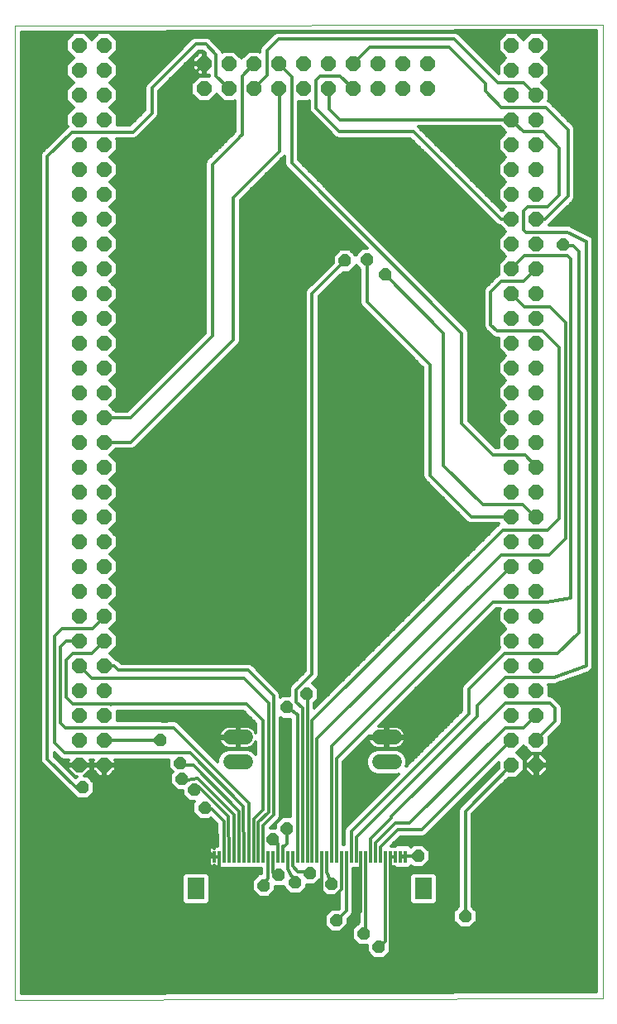
<source format=gtl>
G75*
%MOIN*%
%OFA0B0*%
%FSLAX25Y25*%
%IPPOS*%
%LPD*%
%AMOC8*
5,1,8,0,0,1.08239X$1,22.5*
%
%ADD10C,0.00000*%
%ADD11C,0.06000*%
%ADD12OC8,0.06000*%
%ADD13R,0.01181X0.05118*%
%ADD14R,0.07087X0.08661*%
%ADD15C,0.01200*%
%ADD16OC8,0.05000*%
D10*
X0001739Y0002810D02*
X0001739Y0395311D01*
X0238660Y0395811D01*
X0238660Y0003310D01*
X0001739Y0002810D01*
D11*
X0088721Y0098532D02*
X0094721Y0098532D01*
X0094721Y0108532D02*
X0088721Y0108532D01*
X0148682Y0108532D02*
X0154682Y0108532D01*
X0154682Y0098532D02*
X0148682Y0098532D01*
D12*
X0201957Y0097312D03*
X0201957Y0107312D03*
X0201957Y0117312D03*
X0201957Y0127312D03*
X0201957Y0137312D03*
X0201957Y0147312D03*
X0201957Y0157312D03*
X0201957Y0167312D03*
X0201957Y0177312D03*
X0201957Y0187312D03*
X0201957Y0197312D03*
X0201957Y0207312D03*
X0201957Y0217312D03*
X0201957Y0227312D03*
X0201957Y0237312D03*
X0201957Y0247312D03*
X0201957Y0257312D03*
X0201957Y0267312D03*
X0201957Y0277312D03*
X0201957Y0287312D03*
X0201957Y0297312D03*
X0201957Y0307312D03*
X0201957Y0317312D03*
X0201957Y0327312D03*
X0201957Y0337312D03*
X0201957Y0347312D03*
X0201957Y0357312D03*
X0201957Y0367312D03*
X0201957Y0377312D03*
X0201957Y0387312D03*
X0211957Y0387312D03*
X0211957Y0377312D03*
X0211957Y0367312D03*
X0211957Y0357312D03*
X0211957Y0347312D03*
X0211957Y0337312D03*
X0211957Y0327312D03*
X0211957Y0317312D03*
X0211957Y0307312D03*
X0211957Y0297312D03*
X0211957Y0287312D03*
X0211957Y0277312D03*
X0211957Y0267312D03*
X0211957Y0257312D03*
X0211957Y0247312D03*
X0211957Y0237312D03*
X0211957Y0227312D03*
X0211957Y0217312D03*
X0211957Y0207312D03*
X0211957Y0197312D03*
X0211957Y0187312D03*
X0211957Y0177312D03*
X0211957Y0167312D03*
X0211957Y0157312D03*
X0211957Y0147312D03*
X0211957Y0137312D03*
X0211957Y0127312D03*
X0211957Y0117312D03*
X0211957Y0107312D03*
X0211957Y0097312D03*
X0168139Y0369910D03*
X0168139Y0379910D03*
X0158139Y0379910D03*
X0158139Y0369910D03*
X0148139Y0369910D03*
X0148139Y0379910D03*
X0138139Y0379910D03*
X0138139Y0369910D03*
X0128139Y0369910D03*
X0128139Y0379910D03*
X0118139Y0379910D03*
X0118139Y0369910D03*
X0108139Y0369910D03*
X0108139Y0379910D03*
X0098139Y0379910D03*
X0098139Y0369910D03*
X0088139Y0369910D03*
X0088139Y0379910D03*
X0078139Y0379910D03*
X0078139Y0369910D03*
X0037784Y0367312D03*
X0037784Y0377312D03*
X0037784Y0387312D03*
X0027784Y0387312D03*
X0027784Y0377312D03*
X0027784Y0367312D03*
X0027784Y0357312D03*
X0027784Y0347312D03*
X0027784Y0337312D03*
X0027784Y0327312D03*
X0027784Y0317312D03*
X0027784Y0307312D03*
X0027784Y0297312D03*
X0027784Y0287312D03*
X0027784Y0277312D03*
X0027784Y0267312D03*
X0027784Y0257312D03*
X0027784Y0247312D03*
X0027784Y0237312D03*
X0027784Y0227312D03*
X0027784Y0217312D03*
X0027784Y0207312D03*
X0027784Y0197312D03*
X0027784Y0187312D03*
X0027784Y0177312D03*
X0027784Y0167312D03*
X0027784Y0157312D03*
X0027784Y0147312D03*
X0027784Y0137312D03*
X0027784Y0127312D03*
X0027784Y0117312D03*
X0027784Y0107312D03*
X0027784Y0097312D03*
X0037784Y0097312D03*
X0037784Y0107312D03*
X0037784Y0117312D03*
X0037784Y0127312D03*
X0037784Y0137312D03*
X0037784Y0147312D03*
X0037784Y0157312D03*
X0037784Y0167312D03*
X0037784Y0177312D03*
X0037784Y0187312D03*
X0037784Y0197312D03*
X0037784Y0207312D03*
X0037784Y0217312D03*
X0037784Y0227312D03*
X0037784Y0237312D03*
X0037784Y0247312D03*
X0037784Y0257312D03*
X0037784Y0267312D03*
X0037784Y0277312D03*
X0037784Y0287312D03*
X0037784Y0297312D03*
X0037784Y0307312D03*
X0037784Y0317312D03*
X0037784Y0327312D03*
X0037784Y0337312D03*
X0037784Y0347312D03*
X0037784Y0357312D03*
D13*
X0082253Y0060406D03*
X0084221Y0060406D03*
X0086190Y0060406D03*
X0088158Y0060406D03*
X0090127Y0060406D03*
X0092095Y0060406D03*
X0094064Y0060406D03*
X0096032Y0060406D03*
X0098001Y0060406D03*
X0099969Y0060406D03*
X0101938Y0060406D03*
X0103906Y0060406D03*
X0105875Y0060406D03*
X0107843Y0060406D03*
X0109812Y0060406D03*
X0111780Y0060406D03*
X0113749Y0060406D03*
X0115717Y0060406D03*
X0117686Y0060406D03*
X0119654Y0060406D03*
X0121623Y0060406D03*
X0123591Y0060406D03*
X0125560Y0060406D03*
X0127528Y0060406D03*
X0129497Y0060406D03*
X0131465Y0060406D03*
X0133434Y0060406D03*
X0135402Y0060406D03*
X0137371Y0060406D03*
X0139339Y0060406D03*
X0141308Y0060406D03*
X0143276Y0060406D03*
X0145245Y0060406D03*
X0147213Y0060406D03*
X0149182Y0060406D03*
X0151150Y0060406D03*
X0153119Y0060406D03*
X0155087Y0060406D03*
X0157056Y0060406D03*
X0159024Y0060406D03*
D14*
X0166505Y0047610D03*
X0074772Y0047610D03*
D15*
X0080516Y0042368D02*
X0079227Y0041080D01*
X0070318Y0041080D01*
X0069029Y0042368D01*
X0069029Y0052852D01*
X0070318Y0054141D01*
X0079227Y0054141D01*
X0080516Y0052852D01*
X0080516Y0042368D01*
X0080516Y0043057D02*
X0132602Y0043057D01*
X0132602Y0044255D02*
X0104330Y0044255D01*
X0104185Y0044110D02*
X0106939Y0046863D01*
X0106939Y0048210D01*
X0110139Y0048210D01*
X0110139Y0048063D01*
X0112892Y0045310D01*
X0116785Y0045310D01*
X0119539Y0048063D01*
X0119539Y0048910D01*
X0122685Y0048910D01*
X0124639Y0050863D01*
X0124639Y0047363D01*
X0127392Y0044610D01*
X0131285Y0044610D01*
X0132602Y0045927D01*
X0132602Y0039734D01*
X0132179Y0039310D01*
X0129492Y0039310D01*
X0126739Y0036557D01*
X0126739Y0032663D01*
X0129492Y0029910D01*
X0133385Y0029910D01*
X0136139Y0032663D01*
X0136139Y0035350D01*
X0137776Y0036988D01*
X0138202Y0038017D01*
X0138202Y0055646D01*
X0140476Y0055646D01*
X0140476Y0033895D01*
X0137839Y0031257D01*
X0137839Y0027363D01*
X0140592Y0024610D01*
X0143839Y0024610D01*
X0143839Y0021963D01*
X0146592Y0019210D01*
X0150485Y0019210D01*
X0153239Y0021963D01*
X0153239Y0024650D01*
X0153424Y0024836D01*
X0153850Y0025865D01*
X0153850Y0053502D01*
X0153890Y0056246D01*
X0153920Y0056246D01*
X0154103Y0056296D01*
X0154286Y0056246D01*
X0154954Y0056246D01*
X0155554Y0055646D01*
X0160526Y0055646D01*
X0161641Y0056761D01*
X0162392Y0056010D01*
X0166285Y0056010D01*
X0169039Y0058763D01*
X0169039Y0062657D01*
X0166285Y0065410D01*
X0162392Y0065410D01*
X0161336Y0064355D01*
X0160526Y0065165D01*
X0155554Y0065165D01*
X0154954Y0064565D01*
X0154286Y0064565D01*
X0154103Y0064516D01*
X0153920Y0064565D01*
X0153353Y0064565D01*
X0157198Y0068410D01*
X0166413Y0068410D01*
X0167442Y0068837D01*
X0196757Y0098152D01*
X0196757Y0096072D01*
X0181065Y0080379D01*
X0180639Y0079350D01*
X0180639Y0041509D01*
X0180539Y0041267D01*
X0180539Y0040257D01*
X0178639Y0038357D01*
X0178639Y0034463D01*
X0181392Y0031710D01*
X0185285Y0031710D01*
X0188039Y0034463D01*
X0188039Y0038357D01*
X0186210Y0040185D01*
X0186239Y0040253D01*
X0186239Y0041367D01*
X0186239Y0077633D01*
X0200717Y0092112D01*
X0204111Y0092112D01*
X0207157Y0095158D01*
X0207157Y0099466D01*
X0204311Y0102312D01*
X0206957Y0104958D01*
X0209804Y0102112D01*
X0214111Y0102112D01*
X0217157Y0105158D01*
X0217157Y0108552D01*
X0221912Y0113307D01*
X0222339Y0114336D01*
X0222339Y0120767D01*
X0221912Y0121796D01*
X0218925Y0124784D01*
X0217896Y0125210D01*
X0217157Y0125210D01*
X0217157Y0129466D01*
X0216813Y0129810D01*
X0218965Y0129810D01*
X0219448Y0129785D01*
X0219519Y0129810D01*
X0219596Y0129810D01*
X0220042Y0129995D01*
X0232519Y0134410D01*
X0232596Y0134410D01*
X0233042Y0134595D01*
X0233498Y0134756D01*
X0233554Y0134807D01*
X0233625Y0134837D01*
X0233966Y0135178D01*
X0234326Y0135502D01*
X0234358Y0135570D01*
X0234412Y0135624D01*
X0234597Y0136071D01*
X0234805Y0136507D01*
X0234809Y0136583D01*
X0234839Y0136653D01*
X0234839Y0137137D01*
X0234864Y0137619D01*
X0234839Y0137691D01*
X0234839Y0308318D01*
X0234869Y0308782D01*
X0234839Y0308872D01*
X0234839Y0308967D01*
X0234661Y0309397D01*
X0234511Y0309837D01*
X0234449Y0309909D01*
X0234412Y0309996D01*
X0234083Y0310325D01*
X0233777Y0310675D01*
X0233692Y0310717D01*
X0233625Y0310784D01*
X0233195Y0310962D01*
X0226192Y0314417D01*
X0226125Y0314484D01*
X0225695Y0314662D01*
X0225278Y0314868D01*
X0225183Y0314874D01*
X0225096Y0314910D01*
X0224630Y0314910D01*
X0224166Y0314941D01*
X0224077Y0314910D01*
X0217059Y0314910D01*
X0217126Y0314938D01*
X0226325Y0324137D01*
X0227112Y0324924D01*
X0227539Y0325953D01*
X0227539Y0353867D01*
X0227112Y0354896D01*
X0218112Y0363896D01*
X0217325Y0364684D01*
X0216871Y0364872D01*
X0217157Y0365158D01*
X0217157Y0369466D01*
X0214311Y0372312D01*
X0217157Y0375158D01*
X0217157Y0379466D01*
X0214311Y0382312D01*
X0217157Y0385158D01*
X0217157Y0389466D01*
X0214111Y0392512D01*
X0209804Y0392512D01*
X0206957Y0389666D01*
X0204111Y0392512D01*
X0199804Y0392512D01*
X0196757Y0389466D01*
X0196757Y0385158D01*
X0199604Y0382312D01*
X0196757Y0379466D01*
X0196757Y0376051D01*
X0181312Y0391496D01*
X0180525Y0392284D01*
X0179496Y0392710D01*
X0107482Y0392710D01*
X0106453Y0392284D01*
X0101853Y0387684D01*
X0101065Y0386896D01*
X0100639Y0385867D01*
X0100639Y0384764D01*
X0100292Y0385110D01*
X0095985Y0385110D01*
X0093139Y0382264D01*
X0090292Y0385110D01*
X0085985Y0385110D01*
X0085564Y0384689D01*
X0085312Y0385296D01*
X0084525Y0386084D01*
X0080325Y0390284D01*
X0079296Y0390710D01*
X0074182Y0390710D01*
X0073153Y0390284D01*
X0072365Y0389496D01*
X0054665Y0371796D01*
X0054239Y0370767D01*
X0054239Y0361270D01*
X0048179Y0355210D01*
X0042984Y0355210D01*
X0042984Y0359466D01*
X0040138Y0362312D01*
X0042984Y0365158D01*
X0042984Y0369466D01*
X0040138Y0372312D01*
X0042984Y0375158D01*
X0042984Y0379466D01*
X0040138Y0382312D01*
X0042984Y0385158D01*
X0042984Y0389466D01*
X0039938Y0392512D01*
X0035630Y0392512D01*
X0032784Y0389666D01*
X0029938Y0392512D01*
X0025630Y0392512D01*
X0022584Y0389466D01*
X0022584Y0385158D01*
X0025430Y0382312D01*
X0022584Y0379466D01*
X0022584Y0375158D01*
X0025430Y0372312D01*
X0022584Y0369466D01*
X0022584Y0365158D01*
X0025430Y0362312D01*
X0022584Y0359466D01*
X0022584Y0355158D01*
X0023055Y0354687D01*
X0022365Y0353996D01*
X0012565Y0344196D01*
X0012139Y0343167D01*
X0012139Y0099053D01*
X0012565Y0098024D01*
X0013353Y0097237D01*
X0024753Y0085837D01*
X0024775Y0085827D01*
X0027092Y0083510D01*
X0030985Y0083510D01*
X0033739Y0086263D01*
X0033739Y0090157D01*
X0030985Y0092910D01*
X0029888Y0092910D01*
X0032384Y0095406D01*
X0032384Y0096912D01*
X0028184Y0096912D01*
X0028184Y0097712D01*
X0032384Y0097712D01*
X0032384Y0099217D01*
X0032191Y0099410D01*
X0033377Y0099410D01*
X0033184Y0099217D01*
X0033184Y0097712D01*
X0037384Y0097712D01*
X0037384Y0096912D01*
X0033184Y0096912D01*
X0033184Y0095406D01*
X0035879Y0092712D01*
X0037384Y0092712D01*
X0037384Y0096912D01*
X0038184Y0096912D01*
X0038184Y0092712D01*
X0039690Y0092712D01*
X0042384Y0095406D01*
X0042384Y0096912D01*
X0038184Y0096912D01*
X0038184Y0097712D01*
X0042384Y0097712D01*
X0042384Y0099217D01*
X0042191Y0099410D01*
X0063939Y0099410D01*
X0063939Y0095963D01*
X0065342Y0094560D01*
X0064539Y0093757D01*
X0064539Y0089863D01*
X0067292Y0087110D01*
X0069339Y0087110D01*
X0069339Y0085363D01*
X0072092Y0082610D01*
X0074192Y0082610D01*
X0073639Y0082057D01*
X0073639Y0078163D01*
X0076392Y0075410D01*
X0080285Y0075410D01*
X0080832Y0075957D01*
X0083290Y0073499D01*
X0083290Y0073202D01*
X0083294Y0073192D01*
X0083359Y0064548D01*
X0083237Y0064516D01*
X0083054Y0064565D01*
X0082253Y0064565D01*
X0082253Y0063778D01*
X0082253Y0063778D01*
X0082253Y0064565D01*
X0081452Y0064565D01*
X0081045Y0064456D01*
X0080680Y0064245D01*
X0080382Y0063947D01*
X0080171Y0063582D01*
X0080062Y0063175D01*
X0080062Y0060406D01*
X0082253Y0060406D01*
X0084221Y0060406D01*
X0084221Y0056028D01*
X0096439Y0043810D01*
X0121739Y0043810D01*
X0121739Y0032910D01*
X0126439Y0028210D01*
X0131039Y0028210D01*
X0140439Y0018810D01*
X0151439Y0018810D01*
X0153119Y0020491D01*
X0153119Y0026310D01*
X0154419Y0027610D01*
X0187239Y0027610D01*
X0211957Y0052329D01*
X0211957Y0097312D01*
X0211557Y0096990D02*
X0207157Y0096990D01*
X0207357Y0096912D02*
X0207357Y0095406D01*
X0210052Y0092712D01*
X0211557Y0092712D01*
X0211557Y0096912D01*
X0207357Y0096912D01*
X0207357Y0097712D02*
X0211557Y0097712D01*
X0211557Y0096912D01*
X0212357Y0096912D01*
X0212357Y0092712D01*
X0213863Y0092712D01*
X0216557Y0095406D01*
X0216557Y0096912D01*
X0212358Y0096912D01*
X0212358Y0097712D01*
X0216557Y0097712D01*
X0216557Y0099217D01*
X0213863Y0101912D01*
X0212357Y0101912D01*
X0212357Y0097712D01*
X0211557Y0097712D01*
X0211557Y0101912D01*
X0210052Y0101912D01*
X0207357Y0099217D01*
X0207357Y0097712D01*
X0207357Y0098188D02*
X0207157Y0098188D01*
X0207157Y0099387D02*
X0207527Y0099387D01*
X0208725Y0100585D02*
X0206038Y0100585D01*
X0204839Y0101784D02*
X0209924Y0101784D01*
X0208933Y0102982D02*
X0204982Y0102982D01*
X0206180Y0104181D02*
X0207735Y0104181D01*
X0211557Y0101784D02*
X0212357Y0101784D01*
X0212357Y0100585D02*
X0211557Y0100585D01*
X0211557Y0099387D02*
X0212357Y0099387D01*
X0212357Y0098188D02*
X0211557Y0098188D01*
X0212358Y0096990D02*
X0236060Y0096990D01*
X0236060Y0098188D02*
X0216557Y0098188D01*
X0216388Y0099387D02*
X0236060Y0099387D01*
X0236060Y0100585D02*
X0215189Y0100585D01*
X0213991Y0101784D02*
X0236060Y0101784D01*
X0236060Y0102982D02*
X0214982Y0102982D01*
X0216180Y0104181D02*
X0236060Y0104181D01*
X0236060Y0105379D02*
X0217157Y0105379D01*
X0217157Y0106578D02*
X0236060Y0106578D01*
X0236060Y0107776D02*
X0217157Y0107776D01*
X0217580Y0108975D02*
X0236060Y0108975D01*
X0236060Y0110173D02*
X0218779Y0110173D01*
X0219977Y0111372D02*
X0236060Y0111372D01*
X0236060Y0112570D02*
X0221176Y0112570D01*
X0222104Y0113769D02*
X0236060Y0113769D01*
X0236060Y0114967D02*
X0222339Y0114967D01*
X0222339Y0116166D02*
X0236060Y0116166D01*
X0236060Y0117364D02*
X0222339Y0117364D01*
X0222339Y0118563D02*
X0236060Y0118563D01*
X0236060Y0119761D02*
X0222339Y0119761D01*
X0222259Y0120960D02*
X0236060Y0120960D01*
X0236060Y0122158D02*
X0221550Y0122158D01*
X0220352Y0123357D02*
X0236060Y0123357D01*
X0236060Y0124555D02*
X0219153Y0124555D01*
X0217157Y0125754D02*
X0236060Y0125754D01*
X0236060Y0126952D02*
X0217157Y0126952D01*
X0217157Y0128151D02*
X0236060Y0128151D01*
X0236060Y0129349D02*
X0217157Y0129349D01*
X0219039Y0132610D02*
X0232039Y0137210D01*
X0232039Y0308410D01*
X0224539Y0312110D01*
X0207739Y0312110D01*
X0206839Y0313010D01*
X0206839Y0320510D01*
X0208639Y0322310D01*
X0216339Y0322310D01*
X0221139Y0327110D01*
X0221139Y0346110D01*
X0214739Y0352510D01*
X0206759Y0352510D01*
X0201957Y0357312D01*
X0132837Y0357312D01*
X0128639Y0361510D01*
X0128639Y0369410D01*
X0128139Y0369910D01*
X0123239Y0373410D02*
X0123239Y0361910D01*
X0132539Y0352610D01*
X0162439Y0352610D01*
X0197737Y0317312D01*
X0201957Y0317312D01*
X0198403Y0321111D02*
X0197897Y0321111D01*
X0198150Y0320858D02*
X0164812Y0354196D01*
X0164497Y0354512D01*
X0197404Y0354512D01*
X0199604Y0352312D01*
X0196757Y0349466D01*
X0196757Y0345158D01*
X0199604Y0342312D01*
X0196757Y0339466D01*
X0196757Y0335158D01*
X0199604Y0332312D01*
X0196757Y0329466D01*
X0196757Y0325158D01*
X0199604Y0322312D01*
X0198150Y0320858D01*
X0196699Y0322310D02*
X0199602Y0322310D01*
X0198407Y0323508D02*
X0195500Y0323508D01*
X0194302Y0324707D02*
X0197209Y0324707D01*
X0196757Y0325905D02*
X0193103Y0325905D01*
X0191905Y0327104D02*
X0196757Y0327104D01*
X0196757Y0328302D02*
X0190706Y0328302D01*
X0189508Y0329501D02*
X0196793Y0329501D01*
X0197991Y0330699D02*
X0188309Y0330699D01*
X0187111Y0331898D02*
X0199190Y0331898D01*
X0198819Y0333096D02*
X0185912Y0333096D01*
X0184714Y0334295D02*
X0197620Y0334295D01*
X0196757Y0335493D02*
X0183515Y0335493D01*
X0182317Y0336692D02*
X0196757Y0336692D01*
X0196757Y0337890D02*
X0181118Y0337890D01*
X0179920Y0339089D02*
X0196757Y0339089D01*
X0197579Y0340287D02*
X0178721Y0340287D01*
X0177523Y0341486D02*
X0198778Y0341486D01*
X0199231Y0342684D02*
X0176324Y0342684D01*
X0175126Y0343883D02*
X0198032Y0343883D01*
X0196834Y0345081D02*
X0173927Y0345081D01*
X0172729Y0346280D02*
X0196757Y0346280D01*
X0196757Y0347479D02*
X0171530Y0347479D01*
X0170332Y0348677D02*
X0196757Y0348677D01*
X0197167Y0349876D02*
X0169133Y0349876D01*
X0167935Y0351074D02*
X0198366Y0351074D01*
X0199564Y0352273D02*
X0166736Y0352273D01*
X0165538Y0353471D02*
X0198444Y0353471D01*
X0197939Y0362310D02*
X0191339Y0368910D01*
X0191339Y0371910D01*
X0176739Y0386510D01*
X0144739Y0386510D01*
X0138139Y0379910D01*
X0132939Y0375110D02*
X0138139Y0369910D01*
X0132939Y0375110D02*
X0124939Y0375110D01*
X0123239Y0373410D01*
X0120439Y0364856D02*
X0120292Y0364710D01*
X0116139Y0364710D01*
X0116139Y0341170D01*
X0184312Y0272996D01*
X0184739Y0271967D01*
X0184739Y0236070D01*
X0195598Y0225210D01*
X0196757Y0225210D01*
X0196757Y0229466D01*
X0199604Y0232312D01*
X0196757Y0235158D01*
X0196757Y0239466D01*
X0199604Y0242312D01*
X0196757Y0245158D01*
X0196757Y0249466D01*
X0199604Y0252312D01*
X0196757Y0255158D01*
X0196757Y0259466D01*
X0199604Y0262312D01*
X0196757Y0265158D01*
X0196757Y0269410D01*
X0195582Y0269410D01*
X0194553Y0269837D01*
X0191953Y0272437D01*
X0191165Y0273224D01*
X0190739Y0274253D01*
X0190739Y0288467D01*
X0191165Y0289496D01*
X0195565Y0293896D01*
X0196353Y0294684D01*
X0196974Y0294941D01*
X0196757Y0295158D01*
X0196757Y0299466D01*
X0199604Y0302312D01*
X0196757Y0305158D01*
X0196757Y0309466D01*
X0199604Y0312312D01*
X0197404Y0314512D01*
X0197180Y0314512D01*
X0196151Y0314938D01*
X0161279Y0349810D01*
X0131982Y0349810D01*
X0130953Y0350237D01*
X0121653Y0359537D01*
X0120865Y0360324D01*
X0120439Y0361353D01*
X0120439Y0364856D01*
X0120439Y0364258D02*
X0116139Y0364258D01*
X0116139Y0363059D02*
X0120439Y0363059D01*
X0120439Y0361861D02*
X0116139Y0361861D01*
X0116139Y0360662D02*
X0120725Y0360662D01*
X0121725Y0359464D02*
X0116139Y0359464D01*
X0116139Y0358265D02*
X0122924Y0358265D01*
X0124122Y0357067D02*
X0116139Y0357067D01*
X0116139Y0355868D02*
X0125321Y0355868D01*
X0126519Y0354670D02*
X0116139Y0354670D01*
X0116139Y0353471D02*
X0127718Y0353471D01*
X0128916Y0352273D02*
X0116139Y0352273D01*
X0116139Y0351074D02*
X0130115Y0351074D01*
X0131824Y0349876D02*
X0116139Y0349876D01*
X0116139Y0348677D02*
X0162412Y0348677D01*
X0163610Y0347479D02*
X0116139Y0347479D01*
X0116139Y0346280D02*
X0164809Y0346280D01*
X0166008Y0345081D02*
X0116139Y0345081D01*
X0116139Y0343883D02*
X0167206Y0343883D01*
X0168405Y0342684D02*
X0116139Y0342684D01*
X0116139Y0341486D02*
X0169603Y0341486D01*
X0170802Y0340287D02*
X0117021Y0340287D01*
X0118220Y0339089D02*
X0172000Y0339089D01*
X0173199Y0337890D02*
X0119418Y0337890D01*
X0120617Y0336692D02*
X0174397Y0336692D01*
X0175596Y0335493D02*
X0121815Y0335493D01*
X0123014Y0334295D02*
X0176794Y0334295D01*
X0177993Y0333096D02*
X0124212Y0333096D01*
X0125411Y0331898D02*
X0179191Y0331898D01*
X0180390Y0330699D02*
X0126609Y0330699D01*
X0127808Y0329501D02*
X0181588Y0329501D01*
X0182787Y0328302D02*
X0129006Y0328302D01*
X0130205Y0327104D02*
X0183985Y0327104D01*
X0185184Y0325905D02*
X0131403Y0325905D01*
X0132602Y0324707D02*
X0186382Y0324707D01*
X0187581Y0323508D02*
X0133800Y0323508D01*
X0134999Y0322310D02*
X0188779Y0322310D01*
X0189978Y0321111D02*
X0136197Y0321111D01*
X0137396Y0319913D02*
X0191176Y0319913D01*
X0192375Y0318714D02*
X0138594Y0318714D01*
X0139793Y0317516D02*
X0193573Y0317516D01*
X0194772Y0316317D02*
X0140991Y0316317D01*
X0142190Y0315119D02*
X0195970Y0315119D01*
X0197995Y0313920D02*
X0143388Y0313920D01*
X0144587Y0312722D02*
X0199194Y0312722D01*
X0198815Y0311523D02*
X0145785Y0311523D01*
X0146984Y0310325D02*
X0197616Y0310325D01*
X0196757Y0309126D02*
X0148182Y0309126D01*
X0149381Y0307928D02*
X0196757Y0307928D01*
X0196757Y0306729D02*
X0150579Y0306729D01*
X0151778Y0305531D02*
X0196757Y0305531D01*
X0197583Y0304332D02*
X0152976Y0304332D01*
X0154175Y0303134D02*
X0198782Y0303134D01*
X0199227Y0301935D02*
X0155374Y0301935D01*
X0156572Y0300737D02*
X0198028Y0300737D01*
X0196830Y0299538D02*
X0157771Y0299538D01*
X0158969Y0298340D02*
X0196757Y0298340D01*
X0196757Y0297141D02*
X0160168Y0297141D01*
X0161366Y0295943D02*
X0196757Y0295943D01*
X0196498Y0294744D02*
X0162565Y0294744D01*
X0163763Y0293546D02*
X0195214Y0293546D01*
X0194016Y0292347D02*
X0164962Y0292347D01*
X0166160Y0291148D02*
X0192817Y0291148D01*
X0191619Y0289950D02*
X0167359Y0289950D01*
X0168557Y0288751D02*
X0190856Y0288751D01*
X0190739Y0287553D02*
X0169756Y0287553D01*
X0170954Y0286354D02*
X0190739Y0286354D01*
X0190739Y0285156D02*
X0172153Y0285156D01*
X0173351Y0283957D02*
X0190739Y0283957D01*
X0190739Y0282759D02*
X0174550Y0282759D01*
X0175748Y0281560D02*
X0190739Y0281560D01*
X0190739Y0280362D02*
X0176947Y0280362D01*
X0178145Y0279163D02*
X0190739Y0279163D01*
X0190739Y0277965D02*
X0179344Y0277965D01*
X0180542Y0276766D02*
X0190739Y0276766D01*
X0190739Y0275568D02*
X0181741Y0275568D01*
X0182939Y0274369D02*
X0190739Y0274369D01*
X0191218Y0273171D02*
X0184138Y0273171D01*
X0184736Y0271972D02*
X0192417Y0271972D01*
X0193615Y0270774D02*
X0184739Y0270774D01*
X0184739Y0269575D02*
X0195183Y0269575D01*
X0196757Y0268377D02*
X0184739Y0268377D01*
X0184739Y0267178D02*
X0196757Y0267178D01*
X0196757Y0265980D02*
X0184739Y0265980D01*
X0184739Y0264781D02*
X0197134Y0264781D01*
X0198333Y0263583D02*
X0184739Y0263583D01*
X0184739Y0262384D02*
X0199531Y0262384D01*
X0198477Y0261186D02*
X0184739Y0261186D01*
X0184739Y0259987D02*
X0197279Y0259987D01*
X0196757Y0258789D02*
X0184739Y0258789D01*
X0184739Y0257590D02*
X0196757Y0257590D01*
X0196757Y0256392D02*
X0184739Y0256392D01*
X0184739Y0255193D02*
X0196757Y0255193D01*
X0197921Y0253995D02*
X0184739Y0253995D01*
X0184739Y0252796D02*
X0199119Y0252796D01*
X0198889Y0251598D02*
X0184739Y0251598D01*
X0184739Y0250399D02*
X0197691Y0250399D01*
X0196757Y0249201D02*
X0184739Y0249201D01*
X0184739Y0248002D02*
X0196757Y0248002D01*
X0196757Y0246804D02*
X0184739Y0246804D01*
X0184739Y0245605D02*
X0196757Y0245605D01*
X0197509Y0244407D02*
X0184739Y0244407D01*
X0184739Y0243208D02*
X0198707Y0243208D01*
X0199301Y0242010D02*
X0184739Y0242010D01*
X0184739Y0240811D02*
X0198103Y0240811D01*
X0196904Y0239612D02*
X0184739Y0239612D01*
X0184739Y0238414D02*
X0196757Y0238414D01*
X0196757Y0237215D02*
X0184739Y0237215D01*
X0184792Y0236017D02*
X0196757Y0236017D01*
X0197097Y0234818D02*
X0185990Y0234818D01*
X0187189Y0233620D02*
X0198295Y0233620D01*
X0199494Y0232421D02*
X0188387Y0232421D01*
X0189586Y0231223D02*
X0198515Y0231223D01*
X0197316Y0230024D02*
X0190784Y0230024D01*
X0191983Y0228826D02*
X0196757Y0228826D01*
X0196757Y0227627D02*
X0193181Y0227627D01*
X0194380Y0226429D02*
X0196757Y0226429D01*
X0196757Y0225230D02*
X0195578Y0225230D01*
X0194439Y0222410D02*
X0181939Y0234910D01*
X0181939Y0271410D01*
X0113339Y0340010D01*
X0113339Y0374710D01*
X0108139Y0379910D01*
X0103439Y0375210D02*
X0098139Y0369910D01*
X0093339Y0375110D02*
X0098139Y0379910D01*
X0094308Y0383434D02*
X0091969Y0383434D01*
X0090770Y0384632D02*
X0095507Y0384632D01*
X0100639Y0385831D02*
X0084778Y0385831D01*
X0083579Y0387029D02*
X0101198Y0387029D01*
X0102396Y0388228D02*
X0082381Y0388228D01*
X0081182Y0389426D02*
X0103595Y0389426D01*
X0104793Y0390625D02*
X0079501Y0390625D01*
X0078739Y0387910D02*
X0082939Y0383710D01*
X0082939Y0375110D01*
X0088139Y0369910D01*
X0084040Y0366655D02*
X0082237Y0366655D01*
X0083139Y0367556D02*
X0085985Y0364710D01*
X0090292Y0364710D01*
X0090539Y0364956D01*
X0090539Y0352570D01*
X0090165Y0352196D01*
X0089665Y0351696D01*
X0089594Y0351526D01*
X0078965Y0340896D01*
X0078539Y0339867D01*
X0078539Y0271470D01*
X0047180Y0240112D01*
X0042338Y0240112D01*
X0040138Y0242312D01*
X0042984Y0245158D01*
X0042984Y0249466D01*
X0040138Y0252312D01*
X0042984Y0255158D01*
X0042984Y0259466D01*
X0040138Y0262312D01*
X0042984Y0265158D01*
X0042984Y0269466D01*
X0040138Y0272312D01*
X0042984Y0275158D01*
X0042984Y0279466D01*
X0040138Y0282312D01*
X0042984Y0285158D01*
X0042984Y0289466D01*
X0040138Y0292312D01*
X0042984Y0295158D01*
X0042984Y0299466D01*
X0040138Y0302312D01*
X0042984Y0305158D01*
X0042984Y0309466D01*
X0040138Y0312312D01*
X0042984Y0315158D01*
X0042984Y0319466D01*
X0040138Y0322312D01*
X0042984Y0325158D01*
X0042984Y0329466D01*
X0040138Y0332312D01*
X0042984Y0335158D01*
X0042984Y0339466D01*
X0040138Y0342312D01*
X0042984Y0345158D01*
X0042984Y0349466D01*
X0042840Y0349610D01*
X0049896Y0349610D01*
X0050925Y0350037D01*
X0058625Y0357737D01*
X0059412Y0358524D01*
X0059839Y0359553D01*
X0059839Y0369050D01*
X0075898Y0385110D01*
X0077579Y0385110D01*
X0078539Y0384150D01*
X0078539Y0380310D01*
X0077739Y0380310D01*
X0077739Y0384510D01*
X0076233Y0384510D01*
X0073539Y0381816D01*
X0073539Y0380310D01*
X0077738Y0380310D01*
X0077738Y0379510D01*
X0073539Y0379510D01*
X0073539Y0378005D01*
X0076233Y0375310D01*
X0077739Y0375310D01*
X0077739Y0379510D01*
X0078539Y0379510D01*
X0078539Y0375310D01*
X0080044Y0375310D01*
X0080139Y0375405D01*
X0080139Y0375110D01*
X0075985Y0375110D01*
X0072939Y0372064D01*
X0072939Y0367756D01*
X0075985Y0364710D01*
X0080292Y0364710D01*
X0083139Y0367556D01*
X0085239Y0365456D02*
X0081038Y0365456D01*
X0075239Y0365456D02*
X0059839Y0365456D01*
X0059839Y0364258D02*
X0090539Y0364258D01*
X0090539Y0363059D02*
X0059839Y0363059D01*
X0059839Y0361861D02*
X0090539Y0361861D01*
X0090539Y0360662D02*
X0059839Y0360662D01*
X0059801Y0359464D02*
X0090539Y0359464D01*
X0090539Y0358265D02*
X0059153Y0358265D01*
X0057955Y0357067D02*
X0090539Y0357067D01*
X0090539Y0355868D02*
X0056756Y0355868D01*
X0055558Y0354670D02*
X0090539Y0354670D01*
X0090539Y0353471D02*
X0054359Y0353471D01*
X0053161Y0352273D02*
X0090241Y0352273D01*
X0089143Y0351074D02*
X0051962Y0351074D01*
X0050536Y0349876D02*
X0087944Y0349876D01*
X0086746Y0348677D02*
X0042984Y0348677D01*
X0042984Y0347479D02*
X0085547Y0347479D01*
X0084349Y0346280D02*
X0042984Y0346280D01*
X0042908Y0345081D02*
X0083150Y0345081D01*
X0081952Y0343883D02*
X0041709Y0343883D01*
X0040511Y0342684D02*
X0080753Y0342684D01*
X0079555Y0341486D02*
X0040964Y0341486D01*
X0042163Y0340287D02*
X0078713Y0340287D01*
X0078539Y0339089D02*
X0042984Y0339089D01*
X0042984Y0337890D02*
X0078539Y0337890D01*
X0078539Y0336692D02*
X0042984Y0336692D01*
X0042984Y0335493D02*
X0078539Y0335493D01*
X0078539Y0334295D02*
X0042121Y0334295D01*
X0040923Y0333096D02*
X0078539Y0333096D01*
X0078539Y0331898D02*
X0040552Y0331898D01*
X0041751Y0330699D02*
X0078539Y0330699D01*
X0078539Y0329501D02*
X0042949Y0329501D01*
X0042984Y0328302D02*
X0078539Y0328302D01*
X0078539Y0327104D02*
X0042984Y0327104D01*
X0042984Y0325905D02*
X0078539Y0325905D01*
X0078539Y0324707D02*
X0042533Y0324707D01*
X0041335Y0323508D02*
X0078539Y0323508D01*
X0078539Y0322310D02*
X0040140Y0322310D01*
X0041339Y0321111D02*
X0078539Y0321111D01*
X0078539Y0319913D02*
X0042537Y0319913D01*
X0042984Y0318714D02*
X0078539Y0318714D01*
X0078539Y0317516D02*
X0042984Y0317516D01*
X0042984Y0316317D02*
X0078539Y0316317D01*
X0078539Y0315119D02*
X0042945Y0315119D01*
X0041747Y0313920D02*
X0078539Y0313920D01*
X0078539Y0312722D02*
X0040548Y0312722D01*
X0040927Y0311523D02*
X0078539Y0311523D01*
X0078539Y0310325D02*
X0042125Y0310325D01*
X0042984Y0309126D02*
X0078539Y0309126D01*
X0078539Y0307928D02*
X0042984Y0307928D01*
X0042984Y0306729D02*
X0078539Y0306729D01*
X0078539Y0305531D02*
X0042984Y0305531D01*
X0042158Y0304332D02*
X0078539Y0304332D01*
X0078539Y0303134D02*
X0040960Y0303134D01*
X0040515Y0301935D02*
X0078539Y0301935D01*
X0078539Y0300737D02*
X0041713Y0300737D01*
X0042912Y0299538D02*
X0078539Y0299538D01*
X0078539Y0298340D02*
X0042984Y0298340D01*
X0042984Y0297141D02*
X0078539Y0297141D01*
X0078539Y0295943D02*
X0042984Y0295943D01*
X0042570Y0294744D02*
X0078539Y0294744D01*
X0078539Y0293546D02*
X0041372Y0293546D01*
X0040173Y0292347D02*
X0078539Y0292347D01*
X0078539Y0291148D02*
X0041301Y0291148D01*
X0042500Y0289950D02*
X0078539Y0289950D01*
X0078539Y0288751D02*
X0042984Y0288751D01*
X0042984Y0287553D02*
X0078539Y0287553D01*
X0078539Y0286354D02*
X0042984Y0286354D01*
X0042982Y0285156D02*
X0078539Y0285156D01*
X0078539Y0283957D02*
X0041784Y0283957D01*
X0040585Y0282759D02*
X0078539Y0282759D01*
X0078539Y0281560D02*
X0040890Y0281560D01*
X0042088Y0280362D02*
X0078539Y0280362D01*
X0078539Y0279163D02*
X0042984Y0279163D01*
X0042984Y0277965D02*
X0078539Y0277965D01*
X0078539Y0276766D02*
X0042984Y0276766D01*
X0042984Y0275568D02*
X0078539Y0275568D01*
X0078539Y0274369D02*
X0042196Y0274369D01*
X0040997Y0273171D02*
X0078539Y0273171D01*
X0078539Y0271972D02*
X0040478Y0271972D01*
X0041676Y0270774D02*
X0077842Y0270774D01*
X0076644Y0269575D02*
X0042875Y0269575D01*
X0042984Y0268377D02*
X0075445Y0268377D01*
X0074247Y0267178D02*
X0042984Y0267178D01*
X0042984Y0265980D02*
X0073048Y0265980D01*
X0071850Y0264781D02*
X0042608Y0264781D01*
X0041409Y0263583D02*
X0070651Y0263583D01*
X0069453Y0262384D02*
X0040211Y0262384D01*
X0041264Y0261186D02*
X0068254Y0261186D01*
X0067056Y0259987D02*
X0042463Y0259987D01*
X0042984Y0258789D02*
X0065857Y0258789D01*
X0064659Y0257590D02*
X0042984Y0257590D01*
X0042984Y0256392D02*
X0063460Y0256392D01*
X0062262Y0255193D02*
X0042984Y0255193D01*
X0041821Y0253995D02*
X0061063Y0253995D01*
X0059865Y0252796D02*
X0040622Y0252796D01*
X0040852Y0251598D02*
X0058666Y0251598D01*
X0057468Y0250399D02*
X0042051Y0250399D01*
X0042984Y0249201D02*
X0056269Y0249201D01*
X0055071Y0248002D02*
X0042984Y0248002D01*
X0042984Y0246804D02*
X0053872Y0246804D01*
X0052674Y0245605D02*
X0042984Y0245605D01*
X0042233Y0244407D02*
X0051475Y0244407D01*
X0050277Y0243208D02*
X0041034Y0243208D01*
X0040440Y0242010D02*
X0049078Y0242010D01*
X0047880Y0240811D02*
X0041639Y0240811D01*
X0037784Y0237312D02*
X0048340Y0237312D01*
X0081339Y0270310D01*
X0081339Y0339310D01*
X0092039Y0350010D01*
X0092039Y0350110D01*
X0092539Y0350610D01*
X0092639Y0350610D01*
X0093339Y0351310D01*
X0093339Y0375110D01*
X0103439Y0375210D02*
X0103439Y0385310D01*
X0108039Y0389910D01*
X0178939Y0389910D01*
X0196439Y0372410D01*
X0206939Y0372410D01*
X0211957Y0367391D01*
X0211957Y0367312D01*
X0215174Y0371449D02*
X0236060Y0371449D01*
X0236060Y0372647D02*
X0214647Y0372647D01*
X0215845Y0373846D02*
X0236060Y0373846D01*
X0236060Y0375044D02*
X0217044Y0375044D01*
X0217157Y0376243D02*
X0236060Y0376243D01*
X0236060Y0377441D02*
X0217157Y0377441D01*
X0217157Y0378640D02*
X0236060Y0378640D01*
X0236060Y0379838D02*
X0216785Y0379838D01*
X0215586Y0381037D02*
X0236060Y0381037D01*
X0236060Y0382235D02*
X0214388Y0382235D01*
X0215433Y0383434D02*
X0236060Y0383434D01*
X0236060Y0384632D02*
X0216632Y0384632D01*
X0217157Y0385831D02*
X0236060Y0385831D01*
X0236060Y0387029D02*
X0217157Y0387029D01*
X0217157Y0388228D02*
X0236060Y0388228D01*
X0236060Y0389426D02*
X0217157Y0389426D01*
X0215998Y0390625D02*
X0236060Y0390625D01*
X0236060Y0391823D02*
X0214800Y0391823D01*
X0209115Y0391823D02*
X0204800Y0391823D01*
X0205998Y0390625D02*
X0207917Y0390625D01*
X0199115Y0391823D02*
X0180985Y0391823D01*
X0182184Y0390625D02*
X0197917Y0390625D01*
X0196757Y0389426D02*
X0183382Y0389426D01*
X0184581Y0388228D02*
X0196757Y0388228D01*
X0196757Y0387029D02*
X0185779Y0387029D01*
X0186978Y0385831D02*
X0196757Y0385831D01*
X0197283Y0384632D02*
X0188176Y0384632D01*
X0189375Y0383434D02*
X0198482Y0383434D01*
X0199527Y0382235D02*
X0190573Y0382235D01*
X0191772Y0381037D02*
X0198329Y0381037D01*
X0197130Y0379838D02*
X0192970Y0379838D01*
X0194169Y0378640D02*
X0196757Y0378640D01*
X0196757Y0377441D02*
X0195367Y0377441D01*
X0196566Y0376243D02*
X0196757Y0376243D01*
X0197939Y0362310D02*
X0215739Y0362310D01*
X0224739Y0353310D01*
X0224739Y0326510D01*
X0215540Y0317312D01*
X0211957Y0317312D01*
X0211940Y0317312D01*
X0217307Y0315119D02*
X0236060Y0315119D01*
X0236060Y0316317D02*
X0218505Y0316317D01*
X0219704Y0317516D02*
X0236060Y0317516D01*
X0236060Y0318714D02*
X0220902Y0318714D01*
X0222101Y0319913D02*
X0236060Y0319913D01*
X0236060Y0321111D02*
X0223299Y0321111D01*
X0224498Y0322310D02*
X0236060Y0322310D01*
X0236060Y0323508D02*
X0225696Y0323508D01*
X0226895Y0324707D02*
X0236060Y0324707D01*
X0236060Y0325905D02*
X0227519Y0325905D01*
X0227539Y0327104D02*
X0236060Y0327104D01*
X0236060Y0328302D02*
X0227539Y0328302D01*
X0227539Y0329501D02*
X0236060Y0329501D01*
X0236060Y0330699D02*
X0227539Y0330699D01*
X0227539Y0331898D02*
X0236060Y0331898D01*
X0236060Y0333096D02*
X0227539Y0333096D01*
X0227539Y0334295D02*
X0236060Y0334295D01*
X0236060Y0335493D02*
X0227539Y0335493D01*
X0227539Y0336692D02*
X0236060Y0336692D01*
X0236060Y0337890D02*
X0227539Y0337890D01*
X0227539Y0339089D02*
X0236060Y0339089D01*
X0236060Y0340287D02*
X0227539Y0340287D01*
X0227539Y0341486D02*
X0236060Y0341486D01*
X0236060Y0342684D02*
X0227539Y0342684D01*
X0227539Y0343883D02*
X0236060Y0343883D01*
X0236060Y0345081D02*
X0227539Y0345081D01*
X0227539Y0346280D02*
X0236060Y0346280D01*
X0236060Y0347479D02*
X0227539Y0347479D01*
X0227539Y0348677D02*
X0236060Y0348677D01*
X0236060Y0349876D02*
X0227539Y0349876D01*
X0227539Y0351074D02*
X0236060Y0351074D01*
X0236060Y0352273D02*
X0227539Y0352273D01*
X0227539Y0353471D02*
X0236060Y0353471D01*
X0236060Y0354670D02*
X0227206Y0354670D01*
X0226141Y0355868D02*
X0236060Y0355868D01*
X0236060Y0357067D02*
X0224942Y0357067D01*
X0223743Y0358265D02*
X0236060Y0358265D01*
X0236060Y0359464D02*
X0222545Y0359464D01*
X0221346Y0360662D02*
X0236060Y0360662D01*
X0236060Y0361861D02*
X0220148Y0361861D01*
X0218949Y0363059D02*
X0236060Y0363059D01*
X0236060Y0364258D02*
X0217751Y0364258D01*
X0217157Y0365456D02*
X0236060Y0365456D01*
X0236060Y0366655D02*
X0217157Y0366655D01*
X0217157Y0367853D02*
X0236060Y0367853D01*
X0236060Y0369052D02*
X0217157Y0369052D01*
X0216373Y0370250D02*
X0236060Y0370250D01*
X0236060Y0393022D02*
X0149068Y0393022D01*
X0113896Y0335493D02*
X0103282Y0335493D01*
X0104480Y0336692D02*
X0112697Y0336692D01*
X0111753Y0337637D02*
X0143779Y0305610D01*
X0141792Y0305610D01*
X0139039Y0302857D01*
X0136685Y0305210D01*
X0132792Y0305210D01*
X0130039Y0302457D01*
X0130039Y0299770D01*
X0119165Y0288896D01*
X0118739Y0287867D01*
X0118739Y0135170D01*
X0112865Y0129296D01*
X0112439Y0128267D01*
X0112439Y0125210D01*
X0109392Y0125210D01*
X0108939Y0124757D01*
X0108939Y0125767D01*
X0108512Y0126796D01*
X0097325Y0137984D01*
X0096296Y0138410D01*
X0044698Y0138410D01*
X0043425Y0139684D01*
X0042396Y0140110D01*
X0042340Y0140110D01*
X0040138Y0142312D01*
X0042984Y0145158D01*
X0042984Y0149466D01*
X0040138Y0152312D01*
X0042984Y0155158D01*
X0042984Y0159466D01*
X0040138Y0162312D01*
X0042984Y0165158D01*
X0042984Y0169466D01*
X0040138Y0172312D01*
X0042984Y0175158D01*
X0042984Y0179466D01*
X0040138Y0182312D01*
X0042984Y0185158D01*
X0042984Y0189466D01*
X0040138Y0192312D01*
X0042984Y0195158D01*
X0042984Y0199466D01*
X0040138Y0202312D01*
X0042984Y0205158D01*
X0042984Y0209466D01*
X0040138Y0212312D01*
X0042984Y0215158D01*
X0042984Y0219466D01*
X0040138Y0222312D01*
X0042338Y0224512D01*
X0049097Y0224512D01*
X0050126Y0224938D01*
X0091525Y0266337D01*
X0092312Y0267124D01*
X0092739Y0268153D01*
X0092739Y0324950D01*
X0109925Y0342137D01*
X0110539Y0342750D01*
X0110539Y0339453D01*
X0110965Y0338424D01*
X0111753Y0337637D01*
X0111499Y0337890D02*
X0105679Y0337890D01*
X0106877Y0339089D02*
X0110689Y0339089D01*
X0110539Y0340287D02*
X0108076Y0340287D01*
X0109274Y0341486D02*
X0110539Y0341486D01*
X0109925Y0342137D02*
X0109925Y0342137D01*
X0110473Y0342684D02*
X0110539Y0342684D01*
X0108339Y0344510D02*
X0108339Y0369710D01*
X0108139Y0369910D01*
X0105992Y0391823D02*
X0040627Y0391823D01*
X0041825Y0390625D02*
X0073976Y0390625D01*
X0072295Y0389426D02*
X0042984Y0389426D01*
X0042984Y0388228D02*
X0071096Y0388228D01*
X0069898Y0387029D02*
X0042984Y0387029D01*
X0042984Y0385831D02*
X0068699Y0385831D01*
X0067501Y0384632D02*
X0042459Y0384632D01*
X0041260Y0383434D02*
X0066302Y0383434D01*
X0065104Y0382235D02*
X0040215Y0382235D01*
X0041413Y0381037D02*
X0063905Y0381037D01*
X0062707Y0379838D02*
X0042612Y0379838D01*
X0042984Y0378640D02*
X0061508Y0378640D01*
X0060310Y0377441D02*
X0042984Y0377441D01*
X0042984Y0376243D02*
X0059111Y0376243D01*
X0057913Y0375044D02*
X0042871Y0375044D01*
X0041672Y0373846D02*
X0056714Y0373846D01*
X0055516Y0372647D02*
X0040474Y0372647D01*
X0041001Y0371449D02*
X0054521Y0371449D01*
X0054239Y0370250D02*
X0042200Y0370250D01*
X0042984Y0369052D02*
X0054239Y0369052D01*
X0054239Y0367853D02*
X0042984Y0367853D01*
X0042984Y0366655D02*
X0054239Y0366655D01*
X0054239Y0365456D02*
X0042984Y0365456D01*
X0042084Y0364258D02*
X0054239Y0364258D01*
X0054239Y0363059D02*
X0040885Y0363059D01*
X0040589Y0361861D02*
X0054239Y0361861D01*
X0053631Y0360662D02*
X0041788Y0360662D01*
X0042984Y0359464D02*
X0052432Y0359464D01*
X0051234Y0358265D02*
X0042984Y0358265D01*
X0042984Y0357067D02*
X0050035Y0357067D01*
X0048837Y0355868D02*
X0042984Y0355868D01*
X0049339Y0352410D02*
X0057039Y0360110D01*
X0057039Y0370210D01*
X0074739Y0387910D01*
X0078739Y0387910D01*
X0078057Y0384632D02*
X0075421Y0384632D01*
X0075157Y0383434D02*
X0074222Y0383434D01*
X0073958Y0382235D02*
X0073023Y0382235D01*
X0073539Y0381037D02*
X0071825Y0381037D01*
X0070626Y0379838D02*
X0077738Y0379838D01*
X0078139Y0379910D02*
X0069439Y0371210D01*
X0069439Y0356910D01*
X0074040Y0366655D02*
X0059839Y0366655D01*
X0059839Y0367853D02*
X0072939Y0367853D01*
X0072939Y0369052D02*
X0059840Y0369052D01*
X0061038Y0370250D02*
X0072939Y0370250D01*
X0072939Y0371449D02*
X0062237Y0371449D01*
X0063435Y0372647D02*
X0073522Y0372647D01*
X0074720Y0373846D02*
X0064634Y0373846D01*
X0065832Y0375044D02*
X0075919Y0375044D01*
X0075301Y0376243D02*
X0067031Y0376243D01*
X0068229Y0377441D02*
X0074102Y0377441D01*
X0073539Y0378640D02*
X0069428Y0378640D01*
X0077739Y0378640D02*
X0078539Y0378640D01*
X0078539Y0377441D02*
X0077739Y0377441D01*
X0077739Y0376243D02*
X0078539Y0376243D01*
X0078539Y0381037D02*
X0077739Y0381037D01*
X0077739Y0382235D02*
X0078539Y0382235D01*
X0078539Y0383434D02*
X0077739Y0383434D01*
X0049339Y0352410D02*
X0024739Y0352410D01*
X0014939Y0342610D01*
X0014939Y0099610D01*
X0026339Y0088210D01*
X0029039Y0088210D01*
X0032480Y0085005D02*
X0069697Y0085005D01*
X0069339Y0086203D02*
X0033678Y0086203D01*
X0033739Y0087402D02*
X0067000Y0087402D01*
X0065802Y0088600D02*
X0033739Y0088600D01*
X0033739Y0089799D02*
X0064603Y0089799D01*
X0064539Y0090997D02*
X0032898Y0090997D01*
X0031700Y0092196D02*
X0064539Y0092196D01*
X0064539Y0093394D02*
X0040372Y0093394D01*
X0041570Y0094593D02*
X0065309Y0094593D01*
X0064111Y0095791D02*
X0042384Y0095791D01*
X0042384Y0098188D02*
X0063939Y0098188D01*
X0063939Y0096990D02*
X0038184Y0096990D01*
X0037784Y0097312D02*
X0045346Y0097312D01*
X0053493Y0089165D01*
X0053493Y0089365D01*
X0060539Y0096410D01*
X0063939Y0099387D02*
X0042215Y0099387D01*
X0037784Y0097312D02*
X0027784Y0097312D01*
X0027384Y0096990D02*
X0021519Y0096990D01*
X0023184Y0096912D02*
X0023184Y0095406D01*
X0025879Y0092712D01*
X0026893Y0092712D01*
X0026345Y0092164D01*
X0017739Y0100770D01*
X0017739Y0102250D01*
X0019365Y0100624D01*
X0020153Y0099837D01*
X0021182Y0099410D01*
X0023377Y0099410D01*
X0023184Y0099217D01*
X0023184Y0097712D01*
X0027384Y0097712D01*
X0027384Y0096912D01*
X0023184Y0096912D01*
X0023184Y0095791D02*
X0022717Y0095791D01*
X0023916Y0094593D02*
X0023998Y0094593D01*
X0025114Y0093394D02*
X0025197Y0093394D01*
X0026313Y0092196D02*
X0026377Y0092196D01*
X0028184Y0096990D02*
X0037384Y0096990D01*
X0037384Y0095791D02*
X0038184Y0095791D01*
X0038184Y0094593D02*
X0037384Y0094593D01*
X0037384Y0093394D02*
X0038184Y0093394D01*
X0035197Y0093394D02*
X0030372Y0093394D01*
X0031570Y0094593D02*
X0033998Y0094593D01*
X0033184Y0095791D02*
X0032384Y0095791D01*
X0032384Y0098188D02*
X0033184Y0098188D01*
X0033354Y0099387D02*
X0032215Y0099387D01*
X0037784Y0107312D02*
X0049740Y0107312D01*
X0060539Y0107310D01*
X0065739Y0112410D02*
X0096032Y0082117D01*
X0096032Y0060406D01*
X0094064Y0060406D02*
X0093964Y0080585D01*
X0072339Y0102210D01*
X0021739Y0102210D01*
X0017739Y0106210D01*
X0017739Y0149210D01*
X0020739Y0152210D01*
X0033139Y0152210D01*
X0037784Y0156856D01*
X0037784Y0157312D01*
X0040741Y0161709D02*
X0118739Y0161709D01*
X0118739Y0160511D02*
X0041939Y0160511D01*
X0042984Y0159312D02*
X0118739Y0159312D01*
X0118739Y0158114D02*
X0042984Y0158114D01*
X0042984Y0156915D02*
X0118739Y0156915D01*
X0118739Y0155717D02*
X0042984Y0155717D01*
X0042345Y0154518D02*
X0118739Y0154518D01*
X0118739Y0153320D02*
X0041146Y0153320D01*
X0040329Y0152121D02*
X0118739Y0152121D01*
X0118739Y0150923D02*
X0041527Y0150923D01*
X0042726Y0149724D02*
X0118739Y0149724D01*
X0118739Y0148526D02*
X0042984Y0148526D01*
X0042984Y0147327D02*
X0118739Y0147327D01*
X0118739Y0146129D02*
X0042984Y0146129D01*
X0042756Y0144930D02*
X0118739Y0144930D01*
X0118739Y0143732D02*
X0041558Y0143732D01*
X0040359Y0142533D02*
X0118739Y0142533D01*
X0118739Y0141335D02*
X0041115Y0141335D01*
X0042314Y0140136D02*
X0118739Y0140136D01*
X0118739Y0138938D02*
X0044171Y0138938D01*
X0041839Y0137310D02*
X0043539Y0135610D01*
X0095739Y0135610D01*
X0106139Y0125210D01*
X0106139Y0077310D01*
X0101938Y0073109D01*
X0101938Y0060406D01*
X0103906Y0060406D02*
X0103906Y0051678D01*
X0102239Y0048810D01*
X0105529Y0045454D02*
X0112748Y0045454D01*
X0111550Y0046652D02*
X0106727Y0046652D01*
X0106939Y0047851D02*
X0110351Y0047851D01*
X0114839Y0050010D02*
X0111780Y0055269D01*
X0111780Y0060406D01*
X0109812Y0060406D02*
X0109812Y0064783D01*
X0110512Y0064783D01*
X0111539Y0065810D01*
X0111639Y0071810D01*
X0108598Y0075416D02*
X0108205Y0075416D01*
X0108512Y0075724D02*
X0107725Y0074937D01*
X0104898Y0072110D01*
X0106939Y0072110D01*
X0106939Y0073757D01*
X0109692Y0076510D01*
X0112917Y0076510D01*
X0112917Y0115810D01*
X0109392Y0115810D01*
X0108939Y0116263D01*
X0108939Y0076753D01*
X0108512Y0075724D01*
X0108881Y0076615D02*
X0112917Y0076615D01*
X0112917Y0077813D02*
X0108939Y0077813D01*
X0108939Y0079012D02*
X0112917Y0079012D01*
X0112917Y0080210D02*
X0108939Y0080210D01*
X0108939Y0081409D02*
X0112917Y0081409D01*
X0112917Y0082608D02*
X0108939Y0082608D01*
X0108939Y0083806D02*
X0112917Y0083806D01*
X0112917Y0085005D02*
X0108939Y0085005D01*
X0108939Y0086203D02*
X0112917Y0086203D01*
X0112917Y0087402D02*
X0108939Y0087402D01*
X0108939Y0088600D02*
X0112917Y0088600D01*
X0112917Y0089799D02*
X0108939Y0089799D01*
X0108939Y0090997D02*
X0112917Y0090997D01*
X0112917Y0092196D02*
X0108939Y0092196D01*
X0108939Y0093394D02*
X0112917Y0093394D01*
X0112917Y0094593D02*
X0108939Y0094593D01*
X0108939Y0095791D02*
X0112917Y0095791D01*
X0112917Y0096990D02*
X0108939Y0096990D01*
X0108939Y0098188D02*
X0112917Y0098188D01*
X0112917Y0099387D02*
X0108939Y0099387D01*
X0108939Y0100585D02*
X0112917Y0100585D01*
X0112917Y0101784D02*
X0108939Y0101784D01*
X0108939Y0102982D02*
X0112917Y0102982D01*
X0112917Y0104181D02*
X0108939Y0104181D01*
X0108939Y0105379D02*
X0112917Y0105379D01*
X0112917Y0106578D02*
X0108939Y0106578D01*
X0108939Y0107776D02*
X0112917Y0107776D01*
X0112917Y0108975D02*
X0108939Y0108975D01*
X0108939Y0110173D02*
X0112917Y0110173D01*
X0112917Y0111372D02*
X0108939Y0111372D01*
X0108939Y0112570D02*
X0112917Y0112570D01*
X0112917Y0113769D02*
X0108939Y0113769D01*
X0108939Y0114967D02*
X0112917Y0114967D01*
X0109036Y0116166D02*
X0108939Y0116166D01*
X0111339Y0120510D02*
X0115717Y0117631D01*
X0115717Y0060406D01*
X0113749Y0060406D02*
X0113749Y0056500D01*
X0115939Y0054310D01*
X0120639Y0054310D01*
X0120739Y0053610D01*
X0124023Y0050248D02*
X0124639Y0050248D01*
X0124639Y0049049D02*
X0122824Y0049049D01*
X0124639Y0047851D02*
X0119326Y0047851D01*
X0118127Y0046652D02*
X0125350Y0046652D01*
X0125560Y0046489D02*
X0125560Y0060406D01*
X0127528Y0060406D02*
X0127528Y0054320D01*
X0129339Y0049310D01*
X0133434Y0047215D02*
X0130429Y0044210D01*
X0127339Y0044210D01*
X0126139Y0045410D01*
X0126139Y0045910D01*
X0124039Y0043810D01*
X0121739Y0043810D01*
X0125560Y0046489D02*
X0126139Y0045910D01*
X0126548Y0045454D02*
X0116929Y0045454D01*
X0108239Y0052910D02*
X0105875Y0054074D01*
X0105875Y0060406D01*
X0107843Y0060406D02*
X0107843Y0065506D01*
X0105939Y0067410D01*
X0105808Y0073019D02*
X0106939Y0073019D01*
X0107006Y0074218D02*
X0107399Y0074218D01*
X0104139Y0078410D02*
X0104139Y0122310D01*
X0094439Y0132010D01*
X0094339Y0132010D01*
X0094039Y0132310D01*
X0079839Y0132310D01*
X0076239Y0132310D01*
X0032786Y0132310D01*
X0027784Y0137312D01*
X0025139Y0142410D02*
X0032883Y0142410D01*
X0037784Y0147312D01*
X0037784Y0137312D02*
X0037786Y0137310D01*
X0041839Y0137310D01*
X0040439Y0121910D02*
X0095039Y0121910D01*
X0101739Y0115210D01*
X0101739Y0079310D01*
X0098001Y0075572D01*
X0098001Y0060406D01*
X0099969Y0060406D02*
X0099969Y0074241D01*
X0104139Y0078410D01*
X0091995Y0078654D02*
X0092095Y0060406D01*
X0090127Y0060406D02*
X0090127Y0077322D01*
X0076239Y0091310D01*
X0075439Y0091910D01*
X0071539Y0091310D01*
X0068939Y0091810D01*
X0070439Y0092910D01*
X0069239Y0091810D01*
X0069639Y0097310D02*
X0068639Y0097910D01*
X0069639Y0097310D02*
X0073739Y0097310D01*
X0091995Y0078654D01*
X0087858Y0076491D02*
X0075839Y0088510D01*
X0074539Y0087710D01*
X0074039Y0087310D01*
X0074189Y0082608D02*
X0004339Y0082608D01*
X0004339Y0083806D02*
X0026796Y0083806D01*
X0025597Y0085005D02*
X0004339Y0085005D01*
X0004339Y0086203D02*
X0024386Y0086203D01*
X0023187Y0087402D02*
X0004339Y0087402D01*
X0004339Y0088600D02*
X0021989Y0088600D01*
X0020790Y0089799D02*
X0004339Y0089799D01*
X0004339Y0090997D02*
X0019592Y0090997D01*
X0018393Y0092196D02*
X0004339Y0092196D01*
X0004339Y0093394D02*
X0017195Y0093394D01*
X0015996Y0094593D02*
X0004339Y0094593D01*
X0004339Y0095791D02*
X0014798Y0095791D01*
X0013599Y0096990D02*
X0004339Y0096990D01*
X0004339Y0098188D02*
X0012497Y0098188D01*
X0012139Y0099387D02*
X0004339Y0099387D01*
X0004339Y0100585D02*
X0012139Y0100585D01*
X0012139Y0101784D02*
X0004339Y0101784D01*
X0004339Y0102982D02*
X0012139Y0102982D01*
X0012139Y0104181D02*
X0004339Y0104181D01*
X0004339Y0105379D02*
X0012139Y0105379D01*
X0012139Y0106578D02*
X0004339Y0106578D01*
X0004339Y0107776D02*
X0012139Y0107776D01*
X0012139Y0108975D02*
X0004339Y0108975D01*
X0004339Y0110173D02*
X0012139Y0110173D01*
X0012139Y0111372D02*
X0004339Y0111372D01*
X0004339Y0112570D02*
X0012139Y0112570D01*
X0012139Y0113769D02*
X0004339Y0113769D01*
X0004339Y0114967D02*
X0012139Y0114967D01*
X0012139Y0116166D02*
X0004339Y0116166D01*
X0004339Y0117364D02*
X0012139Y0117364D01*
X0012139Y0118563D02*
X0004339Y0118563D01*
X0004339Y0119761D02*
X0012139Y0119761D01*
X0012139Y0120960D02*
X0004339Y0120960D01*
X0004339Y0122158D02*
X0012139Y0122158D01*
X0012139Y0123357D02*
X0004339Y0123357D01*
X0004339Y0124555D02*
X0012139Y0124555D01*
X0012139Y0125754D02*
X0004339Y0125754D01*
X0004339Y0126952D02*
X0012139Y0126952D01*
X0012139Y0128151D02*
X0004339Y0128151D01*
X0004339Y0129349D02*
X0012139Y0129349D01*
X0012139Y0130548D02*
X0004339Y0130548D01*
X0004339Y0131746D02*
X0012139Y0131746D01*
X0012139Y0132945D02*
X0004339Y0132945D01*
X0004339Y0134144D02*
X0012139Y0134144D01*
X0012139Y0135342D02*
X0004339Y0135342D01*
X0004339Y0136541D02*
X0012139Y0136541D01*
X0012139Y0137739D02*
X0004339Y0137739D01*
X0004339Y0138938D02*
X0012139Y0138938D01*
X0012139Y0140136D02*
X0004339Y0140136D01*
X0004339Y0141335D02*
X0012139Y0141335D01*
X0012139Y0142533D02*
X0004339Y0142533D01*
X0004339Y0143732D02*
X0012139Y0143732D01*
X0012139Y0144930D02*
X0004339Y0144930D01*
X0004339Y0146129D02*
X0012139Y0146129D01*
X0012139Y0147327D02*
X0004339Y0147327D01*
X0004339Y0148526D02*
X0012139Y0148526D01*
X0012139Y0149724D02*
X0004339Y0149724D01*
X0004339Y0150923D02*
X0012139Y0150923D01*
X0012139Y0152121D02*
X0004339Y0152121D01*
X0004339Y0153320D02*
X0012139Y0153320D01*
X0012139Y0154518D02*
X0004339Y0154518D01*
X0004339Y0155717D02*
X0012139Y0155717D01*
X0012139Y0156915D02*
X0004339Y0156915D01*
X0004339Y0158114D02*
X0012139Y0158114D01*
X0012139Y0159312D02*
X0004339Y0159312D01*
X0004339Y0160511D02*
X0012139Y0160511D01*
X0012139Y0161709D02*
X0004339Y0161709D01*
X0004339Y0162908D02*
X0012139Y0162908D01*
X0012139Y0164106D02*
X0004339Y0164106D01*
X0004339Y0165305D02*
X0012139Y0165305D01*
X0012139Y0166503D02*
X0004339Y0166503D01*
X0004339Y0167702D02*
X0012139Y0167702D01*
X0012139Y0168900D02*
X0004339Y0168900D01*
X0004339Y0170099D02*
X0012139Y0170099D01*
X0012139Y0171297D02*
X0004339Y0171297D01*
X0004339Y0172496D02*
X0012139Y0172496D01*
X0012139Y0173694D02*
X0004339Y0173694D01*
X0004339Y0174893D02*
X0012139Y0174893D01*
X0012139Y0176091D02*
X0004339Y0176091D01*
X0004339Y0177290D02*
X0012139Y0177290D01*
X0012139Y0178488D02*
X0004339Y0178488D01*
X0004339Y0179687D02*
X0012139Y0179687D01*
X0012139Y0180885D02*
X0004339Y0180885D01*
X0004339Y0182084D02*
X0012139Y0182084D01*
X0012139Y0183282D02*
X0004339Y0183282D01*
X0004339Y0184481D02*
X0012139Y0184481D01*
X0012139Y0185679D02*
X0004339Y0185679D01*
X0004339Y0186878D02*
X0012139Y0186878D01*
X0012139Y0188077D02*
X0004339Y0188077D01*
X0004339Y0189275D02*
X0012139Y0189275D01*
X0012139Y0190474D02*
X0004339Y0190474D01*
X0004339Y0191672D02*
X0012139Y0191672D01*
X0012139Y0192871D02*
X0004339Y0192871D01*
X0004339Y0194069D02*
X0012139Y0194069D01*
X0012139Y0195268D02*
X0004339Y0195268D01*
X0004339Y0196466D02*
X0012139Y0196466D01*
X0012139Y0197665D02*
X0004339Y0197665D01*
X0004339Y0198863D02*
X0012139Y0198863D01*
X0012139Y0200062D02*
X0004339Y0200062D01*
X0004339Y0201260D02*
X0012139Y0201260D01*
X0012139Y0202459D02*
X0004339Y0202459D01*
X0004339Y0203657D02*
X0012139Y0203657D01*
X0012139Y0204856D02*
X0004339Y0204856D01*
X0004339Y0206054D02*
X0012139Y0206054D01*
X0012139Y0207253D02*
X0004339Y0207253D01*
X0004339Y0208451D02*
X0012139Y0208451D01*
X0012139Y0209650D02*
X0004339Y0209650D01*
X0004339Y0210848D02*
X0012139Y0210848D01*
X0012139Y0212047D02*
X0004339Y0212047D01*
X0004339Y0213245D02*
X0012139Y0213245D01*
X0012139Y0214444D02*
X0004339Y0214444D01*
X0004339Y0215642D02*
X0012139Y0215642D01*
X0012139Y0216841D02*
X0004339Y0216841D01*
X0004339Y0218039D02*
X0012139Y0218039D01*
X0012139Y0219238D02*
X0004339Y0219238D01*
X0004339Y0220436D02*
X0012139Y0220436D01*
X0012139Y0221635D02*
X0004339Y0221635D01*
X0004339Y0222833D02*
X0012139Y0222833D01*
X0012139Y0224032D02*
X0004339Y0224032D01*
X0004339Y0225230D02*
X0012139Y0225230D01*
X0012139Y0226429D02*
X0004339Y0226429D01*
X0004339Y0227627D02*
X0012139Y0227627D01*
X0012139Y0228826D02*
X0004339Y0228826D01*
X0004339Y0230024D02*
X0012139Y0230024D01*
X0012139Y0231223D02*
X0004339Y0231223D01*
X0004339Y0232421D02*
X0012139Y0232421D01*
X0012139Y0233620D02*
X0004339Y0233620D01*
X0004339Y0234818D02*
X0012139Y0234818D01*
X0012139Y0236017D02*
X0004339Y0236017D01*
X0004339Y0237215D02*
X0012139Y0237215D01*
X0012139Y0238414D02*
X0004339Y0238414D01*
X0004339Y0239612D02*
X0012139Y0239612D01*
X0012139Y0240811D02*
X0004339Y0240811D01*
X0004339Y0242010D02*
X0012139Y0242010D01*
X0012139Y0243208D02*
X0004339Y0243208D01*
X0004339Y0244407D02*
X0012139Y0244407D01*
X0012139Y0245605D02*
X0004339Y0245605D01*
X0004339Y0246804D02*
X0012139Y0246804D01*
X0012139Y0248002D02*
X0004339Y0248002D01*
X0004339Y0249201D02*
X0012139Y0249201D01*
X0012139Y0250399D02*
X0004339Y0250399D01*
X0004339Y0251598D02*
X0012139Y0251598D01*
X0012139Y0252796D02*
X0004339Y0252796D01*
X0004339Y0253995D02*
X0012139Y0253995D01*
X0012139Y0255193D02*
X0004339Y0255193D01*
X0004339Y0256392D02*
X0012139Y0256392D01*
X0012139Y0257590D02*
X0004339Y0257590D01*
X0004339Y0258789D02*
X0012139Y0258789D01*
X0012139Y0259987D02*
X0004339Y0259987D01*
X0004339Y0261186D02*
X0012139Y0261186D01*
X0012139Y0262384D02*
X0004339Y0262384D01*
X0004339Y0263583D02*
X0012139Y0263583D01*
X0012139Y0264781D02*
X0004339Y0264781D01*
X0004339Y0265980D02*
X0012139Y0265980D01*
X0012139Y0267178D02*
X0004339Y0267178D01*
X0004339Y0268377D02*
X0012139Y0268377D01*
X0012139Y0269575D02*
X0004339Y0269575D01*
X0004339Y0270774D02*
X0012139Y0270774D01*
X0012139Y0271972D02*
X0004339Y0271972D01*
X0004339Y0273171D02*
X0012139Y0273171D01*
X0012139Y0274369D02*
X0004339Y0274369D01*
X0004339Y0275568D02*
X0012139Y0275568D01*
X0012139Y0276766D02*
X0004339Y0276766D01*
X0004339Y0277965D02*
X0012139Y0277965D01*
X0012139Y0279163D02*
X0004339Y0279163D01*
X0004339Y0280362D02*
X0012139Y0280362D01*
X0012139Y0281560D02*
X0004339Y0281560D01*
X0004339Y0282759D02*
X0012139Y0282759D01*
X0012139Y0283957D02*
X0004339Y0283957D01*
X0004339Y0285156D02*
X0012139Y0285156D01*
X0012139Y0286354D02*
X0004339Y0286354D01*
X0004339Y0287553D02*
X0012139Y0287553D01*
X0012139Y0288751D02*
X0004339Y0288751D01*
X0004339Y0289950D02*
X0012139Y0289950D01*
X0012139Y0291148D02*
X0004339Y0291148D01*
X0004339Y0292347D02*
X0012139Y0292347D01*
X0012139Y0293546D02*
X0004339Y0293546D01*
X0004339Y0294744D02*
X0012139Y0294744D01*
X0012139Y0295943D02*
X0004339Y0295943D01*
X0004339Y0297141D02*
X0012139Y0297141D01*
X0012139Y0298340D02*
X0004339Y0298340D01*
X0004339Y0299538D02*
X0012139Y0299538D01*
X0012139Y0300737D02*
X0004339Y0300737D01*
X0004339Y0301935D02*
X0012139Y0301935D01*
X0012139Y0303134D02*
X0004339Y0303134D01*
X0004339Y0304332D02*
X0012139Y0304332D01*
X0012139Y0305531D02*
X0004339Y0305531D01*
X0004339Y0306729D02*
X0012139Y0306729D01*
X0012139Y0307928D02*
X0004339Y0307928D01*
X0004339Y0309126D02*
X0012139Y0309126D01*
X0012139Y0310325D02*
X0004339Y0310325D01*
X0004339Y0311523D02*
X0012139Y0311523D01*
X0012139Y0312722D02*
X0004339Y0312722D01*
X0004339Y0313920D02*
X0012139Y0313920D01*
X0012139Y0315119D02*
X0004339Y0315119D01*
X0004339Y0316317D02*
X0012139Y0316317D01*
X0012139Y0317516D02*
X0004339Y0317516D01*
X0004339Y0318714D02*
X0012139Y0318714D01*
X0012139Y0319913D02*
X0004339Y0319913D01*
X0004339Y0321111D02*
X0012139Y0321111D01*
X0012139Y0322310D02*
X0004339Y0322310D01*
X0004339Y0323508D02*
X0012139Y0323508D01*
X0012139Y0324707D02*
X0004339Y0324707D01*
X0004339Y0325905D02*
X0012139Y0325905D01*
X0012139Y0327104D02*
X0004339Y0327104D01*
X0004339Y0328302D02*
X0012139Y0328302D01*
X0012139Y0329501D02*
X0004339Y0329501D01*
X0004339Y0330699D02*
X0012139Y0330699D01*
X0012139Y0331898D02*
X0004339Y0331898D01*
X0004339Y0333096D02*
X0012139Y0333096D01*
X0012139Y0334295D02*
X0004339Y0334295D01*
X0004339Y0335493D02*
X0012139Y0335493D01*
X0012139Y0336692D02*
X0004339Y0336692D01*
X0004339Y0337890D02*
X0012139Y0337890D01*
X0012139Y0339089D02*
X0004339Y0339089D01*
X0004339Y0340287D02*
X0012139Y0340287D01*
X0012139Y0341486D02*
X0004339Y0341486D01*
X0004339Y0342684D02*
X0012139Y0342684D01*
X0012435Y0343883D02*
X0004339Y0343883D01*
X0004339Y0345081D02*
X0013450Y0345081D01*
X0014649Y0346280D02*
X0004339Y0346280D01*
X0004339Y0347479D02*
X0015847Y0347479D01*
X0017046Y0348677D02*
X0004339Y0348677D01*
X0004339Y0349876D02*
X0018244Y0349876D01*
X0019443Y0351074D02*
X0004339Y0351074D01*
X0004339Y0352273D02*
X0020641Y0352273D01*
X0021840Y0353471D02*
X0004339Y0353471D01*
X0004339Y0354670D02*
X0023038Y0354670D01*
X0022584Y0355868D02*
X0004339Y0355868D01*
X0004339Y0357067D02*
X0022584Y0357067D01*
X0022584Y0358265D02*
X0004339Y0358265D01*
X0004339Y0359464D02*
X0022584Y0359464D01*
X0023781Y0360662D02*
X0004339Y0360662D01*
X0004339Y0361861D02*
X0024979Y0361861D01*
X0024683Y0363059D02*
X0004339Y0363059D01*
X0004339Y0364258D02*
X0023484Y0364258D01*
X0022584Y0365456D02*
X0004339Y0365456D01*
X0004339Y0366655D02*
X0022584Y0366655D01*
X0022584Y0367853D02*
X0004339Y0367853D01*
X0004339Y0369052D02*
X0022584Y0369052D01*
X0023369Y0370250D02*
X0004339Y0370250D01*
X0004339Y0371449D02*
X0024567Y0371449D01*
X0025095Y0372647D02*
X0004339Y0372647D01*
X0004339Y0373846D02*
X0023896Y0373846D01*
X0022698Y0375044D02*
X0004339Y0375044D01*
X0004339Y0376243D02*
X0022584Y0376243D01*
X0022584Y0377441D02*
X0004339Y0377441D01*
X0004339Y0378640D02*
X0022584Y0378640D01*
X0022957Y0379838D02*
X0004339Y0379838D01*
X0004339Y0381037D02*
X0024155Y0381037D01*
X0025354Y0382235D02*
X0004339Y0382235D01*
X0004339Y0383434D02*
X0024308Y0383434D01*
X0023110Y0384632D02*
X0004339Y0384632D01*
X0004339Y0385831D02*
X0022584Y0385831D01*
X0022584Y0387029D02*
X0004339Y0387029D01*
X0004339Y0388228D02*
X0022584Y0388228D01*
X0022584Y0389426D02*
X0004339Y0389426D01*
X0004339Y0390625D02*
X0023743Y0390625D01*
X0024942Y0391823D02*
X0004339Y0391823D01*
X0004339Y0392717D02*
X0236060Y0393206D01*
X0236060Y0005905D01*
X0004339Y0005416D01*
X0004339Y0392717D01*
X0030627Y0391823D02*
X0034942Y0391823D01*
X0033743Y0390625D02*
X0031825Y0390625D01*
X0089939Y0326110D02*
X0108339Y0344510D01*
X0102083Y0334295D02*
X0115094Y0334295D01*
X0116293Y0333096D02*
X0100885Y0333096D01*
X0099686Y0331898D02*
X0117491Y0331898D01*
X0118690Y0330699D02*
X0098487Y0330699D01*
X0097289Y0329501D02*
X0119888Y0329501D01*
X0121087Y0328302D02*
X0096090Y0328302D01*
X0094892Y0327104D02*
X0122285Y0327104D01*
X0123484Y0325905D02*
X0093693Y0325905D01*
X0092739Y0324707D02*
X0124682Y0324707D01*
X0125881Y0323508D02*
X0092739Y0323508D01*
X0092739Y0322310D02*
X0127079Y0322310D01*
X0128278Y0321111D02*
X0092739Y0321111D01*
X0092739Y0319913D02*
X0129476Y0319913D01*
X0130675Y0318714D02*
X0092739Y0318714D01*
X0092739Y0317516D02*
X0131873Y0317516D01*
X0133072Y0316317D02*
X0092739Y0316317D01*
X0092739Y0315119D02*
X0134270Y0315119D01*
X0135469Y0313920D02*
X0092739Y0313920D01*
X0092739Y0312722D02*
X0136667Y0312722D01*
X0137866Y0311523D02*
X0092739Y0311523D01*
X0092739Y0310325D02*
X0139064Y0310325D01*
X0140263Y0309126D02*
X0092739Y0309126D01*
X0092739Y0307928D02*
X0141461Y0307928D01*
X0142660Y0306729D02*
X0092739Y0306729D01*
X0092739Y0305531D02*
X0141712Y0305531D01*
X0140514Y0304332D02*
X0137563Y0304332D01*
X0138762Y0303134D02*
X0139315Y0303134D01*
X0139039Y0302857D02*
X0139039Y0302857D01*
X0139439Y0298563D02*
X0140939Y0297063D01*
X0140939Y0283353D01*
X0141365Y0282324D01*
X0142153Y0281537D01*
X0166239Y0257450D01*
X0166239Y0213553D01*
X0166665Y0212524D01*
X0167453Y0211737D01*
X0183463Y0195726D01*
X0183463Y0195726D01*
X0184251Y0194938D01*
X0185280Y0194512D01*
X0196820Y0194512D01*
X0196753Y0194484D01*
X0195965Y0193696D01*
X0122454Y0120186D01*
X0122454Y0122279D01*
X0124239Y0124063D01*
X0124239Y0127957D01*
X0121842Y0130354D01*
X0123125Y0131637D01*
X0123912Y0132424D01*
X0124339Y0133453D01*
X0124339Y0286150D01*
X0133998Y0295810D01*
X0136685Y0295810D01*
X0139439Y0298563D01*
X0139439Y0298563D01*
X0139662Y0298340D02*
X0139215Y0298340D01*
X0138016Y0297141D02*
X0140861Y0297141D01*
X0140939Y0295943D02*
X0136818Y0295943D01*
X0132932Y0294744D02*
X0140939Y0294744D01*
X0140939Y0293546D02*
X0131734Y0293546D01*
X0130535Y0292347D02*
X0140939Y0292347D01*
X0140939Y0291148D02*
X0129337Y0291148D01*
X0128138Y0289950D02*
X0140939Y0289950D01*
X0140939Y0288751D02*
X0126940Y0288751D01*
X0125741Y0287553D02*
X0140939Y0287553D01*
X0140939Y0286354D02*
X0124543Y0286354D01*
X0124339Y0285156D02*
X0140939Y0285156D01*
X0140939Y0283957D02*
X0124339Y0283957D01*
X0124339Y0282759D02*
X0141185Y0282759D01*
X0142129Y0281560D02*
X0124339Y0281560D01*
X0124339Y0280362D02*
X0143327Y0280362D01*
X0142153Y0281537D02*
X0142153Y0281537D01*
X0143739Y0283910D02*
X0143739Y0300910D01*
X0151239Y0295110D02*
X0174639Y0271310D01*
X0174639Y0217910D01*
X0190339Y0202210D01*
X0206639Y0202210D01*
X0211537Y0197312D01*
X0211957Y0197312D01*
X0216539Y0192110D02*
X0221239Y0196810D01*
X0221239Y0265610D01*
X0214639Y0272210D01*
X0196139Y0272210D01*
X0193539Y0274810D01*
X0193539Y0287910D01*
X0197939Y0292310D01*
X0206956Y0292310D01*
X0211957Y0297312D01*
X0207256Y0302610D02*
X0201957Y0297312D01*
X0201957Y0287312D02*
X0207259Y0282010D01*
X0217339Y0282010D01*
X0223739Y0275610D01*
X0223739Y0188710D01*
X0217139Y0182110D01*
X0197739Y0182110D01*
X0123591Y0107963D01*
X0123591Y0060406D01*
X0121623Y0060406D02*
X0121623Y0115394D01*
X0198339Y0192110D01*
X0216539Y0192110D01*
X0201957Y0197312D02*
X0185837Y0197312D01*
X0169039Y0214110D01*
X0169039Y0258610D01*
X0143739Y0283910D01*
X0144526Y0279163D02*
X0124339Y0279163D01*
X0124339Y0277965D02*
X0145724Y0277965D01*
X0146923Y0276766D02*
X0124339Y0276766D01*
X0124339Y0275568D02*
X0148121Y0275568D01*
X0149320Y0274369D02*
X0124339Y0274369D01*
X0124339Y0273171D02*
X0150518Y0273171D01*
X0151717Y0271972D02*
X0124339Y0271972D01*
X0124339Y0270774D02*
X0152915Y0270774D01*
X0154114Y0269575D02*
X0124339Y0269575D01*
X0124339Y0268377D02*
X0155312Y0268377D01*
X0156511Y0267178D02*
X0124339Y0267178D01*
X0124339Y0265980D02*
X0157709Y0265980D01*
X0158908Y0264781D02*
X0124339Y0264781D01*
X0124339Y0263583D02*
X0160106Y0263583D01*
X0161305Y0262384D02*
X0124339Y0262384D01*
X0124339Y0261186D02*
X0162503Y0261186D01*
X0163702Y0259987D02*
X0124339Y0259987D01*
X0124339Y0258789D02*
X0164900Y0258789D01*
X0166099Y0257590D02*
X0124339Y0257590D01*
X0124339Y0256392D02*
X0166239Y0256392D01*
X0166239Y0255193D02*
X0124339Y0255193D01*
X0124339Y0253995D02*
X0166239Y0253995D01*
X0166239Y0252796D02*
X0124339Y0252796D01*
X0124339Y0251598D02*
X0166239Y0251598D01*
X0166239Y0250399D02*
X0124339Y0250399D01*
X0124339Y0249201D02*
X0166239Y0249201D01*
X0166239Y0248002D02*
X0124339Y0248002D01*
X0124339Y0246804D02*
X0166239Y0246804D01*
X0166239Y0245605D02*
X0124339Y0245605D01*
X0124339Y0244407D02*
X0166239Y0244407D01*
X0166239Y0243208D02*
X0124339Y0243208D01*
X0124339Y0242010D02*
X0166239Y0242010D01*
X0166239Y0240811D02*
X0124339Y0240811D01*
X0124339Y0239612D02*
X0166239Y0239612D01*
X0166239Y0238414D02*
X0124339Y0238414D01*
X0124339Y0237215D02*
X0166239Y0237215D01*
X0166239Y0236017D02*
X0124339Y0236017D01*
X0124339Y0234818D02*
X0166239Y0234818D01*
X0166239Y0233620D02*
X0124339Y0233620D01*
X0124339Y0232421D02*
X0166239Y0232421D01*
X0166239Y0231223D02*
X0124339Y0231223D01*
X0124339Y0230024D02*
X0166239Y0230024D01*
X0166239Y0228826D02*
X0124339Y0228826D01*
X0124339Y0227627D02*
X0166239Y0227627D01*
X0166239Y0226429D02*
X0124339Y0226429D01*
X0124339Y0225230D02*
X0166239Y0225230D01*
X0166239Y0224032D02*
X0124339Y0224032D01*
X0124339Y0222833D02*
X0166239Y0222833D01*
X0166239Y0221635D02*
X0124339Y0221635D01*
X0124339Y0220436D02*
X0166239Y0220436D01*
X0166239Y0219238D02*
X0124339Y0219238D01*
X0124339Y0218039D02*
X0166239Y0218039D01*
X0166239Y0216841D02*
X0124339Y0216841D01*
X0124339Y0215642D02*
X0166239Y0215642D01*
X0166239Y0214444D02*
X0124339Y0214444D01*
X0124339Y0213245D02*
X0166366Y0213245D01*
X0167142Y0212047D02*
X0124339Y0212047D01*
X0124339Y0210848D02*
X0168341Y0210848D01*
X0167453Y0211737D02*
X0167453Y0211737D01*
X0169539Y0209650D02*
X0124339Y0209650D01*
X0124339Y0208451D02*
X0170738Y0208451D01*
X0171936Y0207253D02*
X0124339Y0207253D01*
X0124339Y0206054D02*
X0173135Y0206054D01*
X0174333Y0204856D02*
X0124339Y0204856D01*
X0124339Y0203657D02*
X0175532Y0203657D01*
X0176730Y0202459D02*
X0124339Y0202459D01*
X0124339Y0201260D02*
X0177929Y0201260D01*
X0179127Y0200062D02*
X0124339Y0200062D01*
X0124339Y0198863D02*
X0180326Y0198863D01*
X0181524Y0197665D02*
X0124339Y0197665D01*
X0124339Y0196466D02*
X0182723Y0196466D01*
X0183921Y0195268D02*
X0124339Y0195268D01*
X0124339Y0194069D02*
X0196338Y0194069D01*
X0195139Y0192871D02*
X0124339Y0192871D01*
X0124339Y0191672D02*
X0193941Y0191672D01*
X0192742Y0190474D02*
X0124339Y0190474D01*
X0124339Y0189275D02*
X0191544Y0189275D01*
X0190345Y0188077D02*
X0124339Y0188077D01*
X0124339Y0186878D02*
X0189147Y0186878D01*
X0187948Y0185679D02*
X0124339Y0185679D01*
X0124339Y0184481D02*
X0186750Y0184481D01*
X0185551Y0183282D02*
X0124339Y0183282D01*
X0124339Y0182084D02*
X0184353Y0182084D01*
X0183154Y0180885D02*
X0124339Y0180885D01*
X0124339Y0179687D02*
X0181955Y0179687D01*
X0180757Y0178488D02*
X0124339Y0178488D01*
X0124339Y0177290D02*
X0179558Y0177290D01*
X0178360Y0176091D02*
X0124339Y0176091D01*
X0124339Y0174893D02*
X0177161Y0174893D01*
X0175963Y0173694D02*
X0124339Y0173694D01*
X0124339Y0172496D02*
X0174764Y0172496D01*
X0173566Y0171297D02*
X0124339Y0171297D01*
X0124339Y0170099D02*
X0172367Y0170099D01*
X0171169Y0168900D02*
X0124339Y0168900D01*
X0124339Y0167702D02*
X0169970Y0167702D01*
X0168772Y0166503D02*
X0124339Y0166503D01*
X0124339Y0165305D02*
X0167573Y0165305D01*
X0166375Y0164106D02*
X0124339Y0164106D01*
X0124339Y0162908D02*
X0165176Y0162908D01*
X0163978Y0161709D02*
X0124339Y0161709D01*
X0124339Y0160511D02*
X0162779Y0160511D01*
X0161581Y0159312D02*
X0124339Y0159312D01*
X0124339Y0158114D02*
X0160382Y0158114D01*
X0159184Y0156915D02*
X0124339Y0156915D01*
X0124339Y0155717D02*
X0157985Y0155717D01*
X0156787Y0154518D02*
X0124339Y0154518D01*
X0124339Y0153320D02*
X0155588Y0153320D01*
X0154390Y0152121D02*
X0124339Y0152121D01*
X0124339Y0150923D02*
X0153191Y0150923D01*
X0151993Y0149724D02*
X0124339Y0149724D01*
X0124339Y0148526D02*
X0150794Y0148526D01*
X0149596Y0147327D02*
X0124339Y0147327D01*
X0124339Y0146129D02*
X0148397Y0146129D01*
X0147199Y0144930D02*
X0124339Y0144930D01*
X0124339Y0143732D02*
X0146000Y0143732D01*
X0144802Y0142533D02*
X0124339Y0142533D01*
X0124339Y0141335D02*
X0143603Y0141335D01*
X0142405Y0140136D02*
X0124339Y0140136D01*
X0124339Y0138938D02*
X0141206Y0138938D01*
X0140008Y0137739D02*
X0124339Y0137739D01*
X0124339Y0136541D02*
X0138809Y0136541D01*
X0137611Y0135342D02*
X0124339Y0135342D01*
X0124339Y0134144D02*
X0136412Y0134144D01*
X0135214Y0132945D02*
X0124128Y0132945D01*
X0123235Y0131746D02*
X0134015Y0131746D01*
X0132817Y0130548D02*
X0122036Y0130548D01*
X0122846Y0129349D02*
X0131618Y0129349D01*
X0130420Y0128151D02*
X0124045Y0128151D01*
X0124239Y0126952D02*
X0129221Y0126952D01*
X0128022Y0125754D02*
X0124239Y0125754D01*
X0124239Y0124555D02*
X0126824Y0124555D01*
X0125625Y0123357D02*
X0123532Y0123357D01*
X0124427Y0122158D02*
X0122454Y0122158D01*
X0122454Y0120960D02*
X0123228Y0120960D01*
X0119654Y0123026D02*
X0119539Y0126010D01*
X0119654Y0123026D02*
X0119654Y0060406D01*
X0117686Y0060406D02*
X0117686Y0120263D01*
X0115239Y0122710D01*
X0115239Y0127710D01*
X0121539Y0134010D01*
X0121539Y0287310D01*
X0134739Y0300510D01*
X0131914Y0304332D02*
X0092739Y0304332D01*
X0092739Y0303134D02*
X0130715Y0303134D01*
X0130039Y0301935D02*
X0092739Y0301935D01*
X0092739Y0300737D02*
X0130039Y0300737D01*
X0129807Y0299538D02*
X0092739Y0299538D01*
X0092739Y0298340D02*
X0128608Y0298340D01*
X0127410Y0297141D02*
X0092739Y0297141D01*
X0092739Y0295943D02*
X0126211Y0295943D01*
X0125013Y0294744D02*
X0092739Y0294744D01*
X0092739Y0293546D02*
X0123814Y0293546D01*
X0122616Y0292347D02*
X0092739Y0292347D01*
X0092739Y0291148D02*
X0121417Y0291148D01*
X0120219Y0289950D02*
X0092739Y0289950D01*
X0092739Y0288751D02*
X0119105Y0288751D01*
X0118739Y0287553D02*
X0092739Y0287553D01*
X0092739Y0286354D02*
X0118739Y0286354D01*
X0118739Y0285156D02*
X0092739Y0285156D01*
X0092739Y0283957D02*
X0118739Y0283957D01*
X0118739Y0282759D02*
X0092739Y0282759D01*
X0092739Y0281560D02*
X0118739Y0281560D01*
X0118739Y0280362D02*
X0092739Y0280362D01*
X0092739Y0279163D02*
X0118739Y0279163D01*
X0118739Y0277965D02*
X0092739Y0277965D01*
X0092739Y0276766D02*
X0118739Y0276766D01*
X0118739Y0275568D02*
X0092739Y0275568D01*
X0092739Y0274369D02*
X0118739Y0274369D01*
X0118739Y0273171D02*
X0092739Y0273171D01*
X0092739Y0271972D02*
X0118739Y0271972D01*
X0118739Y0270774D02*
X0092739Y0270774D01*
X0092739Y0269575D02*
X0118739Y0269575D01*
X0118739Y0268377D02*
X0092739Y0268377D01*
X0092335Y0267178D02*
X0118739Y0267178D01*
X0118739Y0265980D02*
X0091168Y0265980D01*
X0089969Y0264781D02*
X0118739Y0264781D01*
X0118739Y0263583D02*
X0088771Y0263583D01*
X0087572Y0262384D02*
X0118739Y0262384D01*
X0118739Y0261186D02*
X0086374Y0261186D01*
X0085175Y0259987D02*
X0118739Y0259987D01*
X0118739Y0258789D02*
X0083977Y0258789D01*
X0082778Y0257590D02*
X0118739Y0257590D01*
X0118739Y0256392D02*
X0081580Y0256392D01*
X0080381Y0255193D02*
X0118739Y0255193D01*
X0118739Y0253995D02*
X0079183Y0253995D01*
X0077984Y0252796D02*
X0118739Y0252796D01*
X0118739Y0251598D02*
X0076786Y0251598D01*
X0075587Y0250399D02*
X0118739Y0250399D01*
X0118739Y0249201D02*
X0074389Y0249201D01*
X0073190Y0248002D02*
X0118739Y0248002D01*
X0118739Y0246804D02*
X0071992Y0246804D01*
X0070793Y0245605D02*
X0118739Y0245605D01*
X0118739Y0244407D02*
X0069595Y0244407D01*
X0068396Y0243208D02*
X0118739Y0243208D01*
X0118739Y0242010D02*
X0067198Y0242010D01*
X0065999Y0240811D02*
X0118739Y0240811D01*
X0118739Y0239612D02*
X0064801Y0239612D01*
X0063602Y0238414D02*
X0118739Y0238414D01*
X0118739Y0237215D02*
X0062404Y0237215D01*
X0061205Y0236017D02*
X0118739Y0236017D01*
X0118739Y0234818D02*
X0060007Y0234818D01*
X0058808Y0233620D02*
X0118739Y0233620D01*
X0118739Y0232421D02*
X0057610Y0232421D01*
X0056411Y0231223D02*
X0118739Y0231223D01*
X0118739Y0230024D02*
X0055213Y0230024D01*
X0054014Y0228826D02*
X0118739Y0228826D01*
X0118739Y0227627D02*
X0052816Y0227627D01*
X0051617Y0226429D02*
X0118739Y0226429D01*
X0118739Y0225230D02*
X0050419Y0225230D01*
X0048540Y0227312D02*
X0089939Y0268710D01*
X0089939Y0326110D01*
X0048540Y0227312D02*
X0037784Y0227312D01*
X0040660Y0222833D02*
X0118739Y0222833D01*
X0118739Y0221635D02*
X0040815Y0221635D01*
X0042014Y0220436D02*
X0118739Y0220436D01*
X0118739Y0219238D02*
X0042984Y0219238D01*
X0042984Y0218039D02*
X0118739Y0218039D01*
X0118739Y0216841D02*
X0042984Y0216841D01*
X0042984Y0215642D02*
X0118739Y0215642D01*
X0118739Y0214444D02*
X0042270Y0214444D01*
X0041072Y0213245D02*
X0118739Y0213245D01*
X0118739Y0212047D02*
X0040403Y0212047D01*
X0041602Y0210848D02*
X0118739Y0210848D01*
X0118739Y0209650D02*
X0042800Y0209650D01*
X0042984Y0208451D02*
X0118739Y0208451D01*
X0118739Y0207253D02*
X0042984Y0207253D01*
X0042984Y0206054D02*
X0118739Y0206054D01*
X0118739Y0204856D02*
X0042682Y0204856D01*
X0041483Y0203657D02*
X0118739Y0203657D01*
X0118739Y0202459D02*
X0040285Y0202459D01*
X0041190Y0201260D02*
X0118739Y0201260D01*
X0118739Y0200062D02*
X0042388Y0200062D01*
X0042984Y0198863D02*
X0118739Y0198863D01*
X0118739Y0197665D02*
X0042984Y0197665D01*
X0042984Y0196466D02*
X0118739Y0196466D01*
X0118739Y0195268D02*
X0042984Y0195268D01*
X0041895Y0194069D02*
X0118739Y0194069D01*
X0118739Y0192871D02*
X0040697Y0192871D01*
X0040778Y0191672D02*
X0118739Y0191672D01*
X0118739Y0190474D02*
X0041976Y0190474D01*
X0042984Y0189275D02*
X0118739Y0189275D01*
X0118739Y0188077D02*
X0042984Y0188077D01*
X0042984Y0186878D02*
X0118739Y0186878D01*
X0118739Y0185679D02*
X0042984Y0185679D01*
X0042307Y0184481D02*
X0118739Y0184481D01*
X0118739Y0183282D02*
X0041109Y0183282D01*
X0040366Y0182084D02*
X0118739Y0182084D01*
X0118739Y0180885D02*
X0041565Y0180885D01*
X0042763Y0179687D02*
X0118739Y0179687D01*
X0118739Y0178488D02*
X0042984Y0178488D01*
X0042984Y0177290D02*
X0118739Y0177290D01*
X0118739Y0176091D02*
X0042984Y0176091D01*
X0042719Y0174893D02*
X0118739Y0174893D01*
X0118739Y0173694D02*
X0041521Y0173694D01*
X0040322Y0172496D02*
X0118739Y0172496D01*
X0118739Y0171297D02*
X0041153Y0171297D01*
X0042351Y0170099D02*
X0118739Y0170099D01*
X0118739Y0168900D02*
X0042984Y0168900D01*
X0042984Y0167702D02*
X0118739Y0167702D01*
X0118739Y0166503D02*
X0042984Y0166503D01*
X0042984Y0165305D02*
X0118739Y0165305D01*
X0118739Y0164106D02*
X0041933Y0164106D01*
X0040734Y0162908D02*
X0118739Y0162908D01*
X0118739Y0137739D02*
X0097570Y0137739D01*
X0098768Y0136541D02*
X0118739Y0136541D01*
X0118739Y0135342D02*
X0099967Y0135342D01*
X0101165Y0134144D02*
X0117712Y0134144D01*
X0116514Y0132945D02*
X0102364Y0132945D01*
X0103562Y0131746D02*
X0115315Y0131746D01*
X0114117Y0130548D02*
X0104761Y0130548D01*
X0105959Y0129349D02*
X0112918Y0129349D01*
X0112439Y0128151D02*
X0107158Y0128151D01*
X0108356Y0126952D02*
X0112439Y0126952D01*
X0112439Y0125754D02*
X0108939Y0125754D01*
X0098939Y0114050D02*
X0098939Y0110388D01*
X0098656Y0110943D01*
X0098230Y0111529D01*
X0097718Y0112041D01*
X0097132Y0112467D01*
X0096487Y0112795D01*
X0095798Y0113019D01*
X0095083Y0113132D01*
X0092121Y0113132D01*
X0092121Y0108932D01*
X0091321Y0108932D01*
X0091321Y0108132D01*
X0092121Y0108132D01*
X0092121Y0103932D01*
X0095083Y0103932D01*
X0095798Y0104046D01*
X0096487Y0104269D01*
X0097132Y0104598D01*
X0097718Y0105024D01*
X0098230Y0105536D01*
X0098656Y0106121D01*
X0098939Y0106677D01*
X0098939Y0101669D01*
X0097667Y0102941D01*
X0095756Y0103732D01*
X0087687Y0103732D01*
X0085776Y0102941D01*
X0084313Y0101478D01*
X0083521Y0099567D01*
X0083521Y0098587D01*
X0067325Y0114784D01*
X0066296Y0115210D01*
X0042984Y0115210D01*
X0042984Y0119110D01*
X0093879Y0119110D01*
X0098939Y0114050D01*
X0098939Y0113769D02*
X0068340Y0113769D01*
X0069538Y0112570D02*
X0086514Y0112570D01*
X0086310Y0112467D02*
X0085725Y0112041D01*
X0085213Y0111529D01*
X0084787Y0110943D01*
X0084458Y0110298D01*
X0084235Y0109609D01*
X0084127Y0108932D01*
X0091321Y0108932D01*
X0091321Y0113132D01*
X0088359Y0113132D01*
X0087644Y0113019D01*
X0086955Y0112795D01*
X0086310Y0112467D01*
X0085098Y0111372D02*
X0070737Y0111372D01*
X0071935Y0110173D02*
X0084418Y0110173D01*
X0084134Y0108975D02*
X0073134Y0108975D01*
X0074332Y0107776D02*
X0084184Y0107776D01*
X0084235Y0107455D02*
X0084458Y0106766D01*
X0084787Y0106121D01*
X0085213Y0105536D01*
X0085725Y0105024D01*
X0086310Y0104598D01*
X0086955Y0104269D01*
X0087644Y0104046D01*
X0088359Y0103932D01*
X0091321Y0103932D01*
X0091321Y0108132D01*
X0084127Y0108132D01*
X0084235Y0107455D01*
X0084554Y0106578D02*
X0075531Y0106578D01*
X0076729Y0105379D02*
X0085369Y0105379D01*
X0087228Y0104181D02*
X0077928Y0104181D01*
X0079126Y0102982D02*
X0085876Y0102982D01*
X0084619Y0101784D02*
X0080325Y0101784D01*
X0081523Y0100585D02*
X0083943Y0100585D01*
X0083521Y0099387D02*
X0082722Y0099387D01*
X0078617Y0108532D02*
X0091721Y0108532D01*
X0091321Y0108975D02*
X0092121Y0108975D01*
X0092121Y0110173D02*
X0091321Y0110173D01*
X0091321Y0111372D02*
X0092121Y0111372D01*
X0092121Y0112570D02*
X0091321Y0112570D01*
X0091321Y0107776D02*
X0092121Y0107776D01*
X0092121Y0106578D02*
X0091321Y0106578D01*
X0091321Y0105379D02*
X0092121Y0105379D01*
X0092121Y0104181D02*
X0091321Y0104181D01*
X0096214Y0104181D02*
X0098939Y0104181D01*
X0098939Y0105379D02*
X0098074Y0105379D01*
X0098888Y0106578D02*
X0098939Y0106578D01*
X0098939Y0102982D02*
X0097566Y0102982D01*
X0098824Y0101784D02*
X0098939Y0101784D01*
X0098939Y0111372D02*
X0098344Y0111372D01*
X0098939Y0112570D02*
X0096929Y0112570D01*
X0098022Y0114967D02*
X0066882Y0114967D01*
X0065739Y0112410D02*
X0022039Y0112410D01*
X0020139Y0114310D01*
X0020139Y0145010D01*
X0022339Y0147210D01*
X0027683Y0147210D01*
X0027784Y0147312D01*
X0025139Y0142410D02*
X0022339Y0139610D01*
X0022339Y0124710D01*
X0025139Y0121910D01*
X0040439Y0121910D01*
X0040539Y0121810D01*
X0042984Y0118563D02*
X0094426Y0118563D01*
X0095625Y0117364D02*
X0042984Y0117364D01*
X0042984Y0116166D02*
X0096823Y0116166D01*
X0078617Y0108532D02*
X0069939Y0117210D01*
X0061539Y0117210D01*
X0062039Y0116810D01*
X0053493Y0089165D02*
X0082253Y0060406D01*
X0082253Y0060405D01*
X0080062Y0060405D01*
X0080062Y0057636D01*
X0080171Y0057229D01*
X0080382Y0056864D01*
X0080680Y0056566D01*
X0081045Y0056355D01*
X0081452Y0056246D01*
X0082253Y0056246D01*
X0083054Y0056246D01*
X0083237Y0056296D01*
X0083420Y0056246D01*
X0084088Y0056246D01*
X0084688Y0055646D01*
X0101106Y0055646D01*
X0101106Y0053510D01*
X0100292Y0053510D01*
X0097539Y0050757D01*
X0097539Y0046863D01*
X0100292Y0044110D01*
X0104185Y0044110D01*
X0100147Y0044255D02*
X0080516Y0044255D01*
X0080516Y0045454D02*
X0098948Y0045454D01*
X0097750Y0046652D02*
X0080516Y0046652D01*
X0080516Y0047851D02*
X0097539Y0047851D01*
X0097539Y0049049D02*
X0080516Y0049049D01*
X0080516Y0050248D02*
X0097539Y0050248D01*
X0098228Y0051446D02*
X0080516Y0051446D01*
X0080516Y0052645D02*
X0099426Y0052645D01*
X0101106Y0053843D02*
X0079525Y0053843D01*
X0082253Y0056246D02*
X0082253Y0057033D01*
X0082253Y0056246D01*
X0082253Y0057033D02*
X0082253Y0057033D01*
X0084094Y0056240D02*
X0004339Y0056240D01*
X0004339Y0055042D02*
X0101106Y0055042D01*
X0088158Y0060406D02*
X0087858Y0076491D01*
X0086090Y0074659D02*
X0081039Y0079710D01*
X0078339Y0080110D01*
X0075187Y0076615D02*
X0004339Y0076615D01*
X0004339Y0077813D02*
X0073989Y0077813D01*
X0073639Y0079012D02*
X0004339Y0079012D01*
X0004339Y0080210D02*
X0073639Y0080210D01*
X0073639Y0081409D02*
X0004339Y0081409D01*
X0004339Y0075416D02*
X0076386Y0075416D01*
X0080292Y0075416D02*
X0081373Y0075416D01*
X0082571Y0074218D02*
X0004339Y0074218D01*
X0004339Y0073019D02*
X0083295Y0073019D01*
X0083304Y0071821D02*
X0004339Y0071821D01*
X0004339Y0070622D02*
X0083313Y0070622D01*
X0083322Y0069424D02*
X0004339Y0069424D01*
X0004339Y0068225D02*
X0083331Y0068225D01*
X0083340Y0067027D02*
X0004339Y0067027D01*
X0004339Y0065828D02*
X0083349Y0065828D01*
X0083358Y0064630D02*
X0004339Y0064630D01*
X0004339Y0063431D02*
X0080131Y0063431D01*
X0080062Y0062233D02*
X0004339Y0062233D01*
X0004339Y0061034D02*
X0080062Y0061034D01*
X0080062Y0059836D02*
X0004339Y0059836D01*
X0004339Y0058637D02*
X0080062Y0058637D01*
X0080115Y0057439D02*
X0004339Y0057439D01*
X0004339Y0053843D02*
X0070020Y0053843D01*
X0069029Y0052645D02*
X0004339Y0052645D01*
X0004339Y0051446D02*
X0069029Y0051446D01*
X0069029Y0050248D02*
X0004339Y0050248D01*
X0004339Y0049049D02*
X0069029Y0049049D01*
X0069029Y0047851D02*
X0004339Y0047851D01*
X0004339Y0046652D02*
X0069029Y0046652D01*
X0069029Y0045454D02*
X0004339Y0045454D01*
X0004339Y0044255D02*
X0069029Y0044255D01*
X0069029Y0043057D02*
X0004339Y0043057D01*
X0004339Y0041858D02*
X0069539Y0041858D01*
X0080006Y0041858D02*
X0132602Y0041858D01*
X0132602Y0040660D02*
X0004339Y0040660D01*
X0004339Y0039461D02*
X0132330Y0039461D01*
X0135402Y0038574D02*
X0131439Y0034610D01*
X0134547Y0031072D02*
X0137839Y0031072D01*
X0137839Y0029873D02*
X0004339Y0029873D01*
X0004339Y0028675D02*
X0137839Y0028675D01*
X0137839Y0027476D02*
X0004339Y0027476D01*
X0004339Y0026277D02*
X0138925Y0026277D01*
X0140123Y0025079D02*
X0004339Y0025079D01*
X0004339Y0023880D02*
X0143839Y0023880D01*
X0143839Y0022682D02*
X0004339Y0022682D01*
X0004339Y0021483D02*
X0144319Y0021483D01*
X0145517Y0020285D02*
X0004339Y0020285D01*
X0004339Y0019086D02*
X0236060Y0019086D01*
X0236060Y0017888D02*
X0004339Y0017888D01*
X0004339Y0016689D02*
X0236060Y0016689D01*
X0236060Y0015491D02*
X0004339Y0015491D01*
X0004339Y0014292D02*
X0236060Y0014292D01*
X0236060Y0013094D02*
X0004339Y0013094D01*
X0004339Y0011895D02*
X0236060Y0011895D01*
X0236060Y0010697D02*
X0004339Y0010697D01*
X0004339Y0009498D02*
X0236060Y0009498D01*
X0236060Y0008300D02*
X0004339Y0008300D01*
X0004339Y0007101D02*
X0236060Y0007101D01*
X0235139Y0005903D02*
X0004339Y0005903D01*
X0004339Y0031072D02*
X0128330Y0031072D01*
X0127132Y0032270D02*
X0004339Y0032270D01*
X0004339Y0033469D02*
X0126739Y0033469D01*
X0126739Y0034667D02*
X0004339Y0034667D01*
X0004339Y0035866D02*
X0126739Y0035866D01*
X0127246Y0037064D02*
X0004339Y0037064D01*
X0004339Y0038263D02*
X0128444Y0038263D01*
X0132129Y0045454D02*
X0132602Y0045454D01*
X0133434Y0047215D02*
X0133434Y0060406D01*
X0133434Y0047706D01*
X0138202Y0047851D02*
X0140476Y0047851D01*
X0140476Y0049049D02*
X0138202Y0049049D01*
X0138202Y0050248D02*
X0140476Y0050248D01*
X0140476Y0051446D02*
X0138202Y0051446D01*
X0138202Y0052645D02*
X0140476Y0052645D01*
X0140476Y0053843D02*
X0138202Y0053843D01*
X0138202Y0055042D02*
X0140476Y0055042D01*
X0141239Y0060336D02*
X0141308Y0060406D01*
X0141239Y0060336D02*
X0141239Y0038410D01*
X0131039Y0028210D01*
X0135745Y0032270D02*
X0138852Y0032270D01*
X0140050Y0033469D02*
X0136139Y0033469D01*
X0136139Y0034667D02*
X0140476Y0034667D01*
X0140476Y0035866D02*
X0136654Y0035866D01*
X0137808Y0037064D02*
X0140476Y0037064D01*
X0140476Y0038263D02*
X0138202Y0038263D01*
X0138202Y0039461D02*
X0140476Y0039461D01*
X0140476Y0040660D02*
X0138202Y0040660D01*
X0138202Y0041858D02*
X0140476Y0041858D01*
X0140476Y0043057D02*
X0138202Y0043057D01*
X0138202Y0044255D02*
X0140476Y0044255D01*
X0140476Y0045454D02*
X0138202Y0045454D01*
X0138202Y0046652D02*
X0140476Y0046652D01*
X0135402Y0038574D02*
X0135402Y0060406D01*
X0137371Y0060406D02*
X0137371Y0070643D01*
X0184739Y0118010D01*
X0184739Y0128110D01*
X0199039Y0142410D01*
X0220639Y0142410D01*
X0229039Y0150810D01*
X0229039Y0304210D01*
X0226739Y0306510D01*
X0223339Y0306510D01*
X0222739Y0307110D01*
X0224639Y0302610D02*
X0225939Y0301310D01*
X0225939Y0164810D01*
X0216139Y0163010D01*
X0194539Y0163010D01*
X0131465Y0099937D01*
X0131465Y0060406D01*
X0129497Y0060406D02*
X0129497Y0104851D01*
X0201957Y0177312D01*
X0197502Y0160210D02*
X0196757Y0159466D01*
X0196757Y0155158D01*
X0199604Y0152312D01*
X0196757Y0149466D01*
X0196757Y0145158D01*
X0197292Y0144623D01*
X0196665Y0143996D01*
X0182365Y0129696D01*
X0181939Y0128667D01*
X0181939Y0119170D01*
X0159610Y0096841D01*
X0159882Y0097498D01*
X0159882Y0099567D01*
X0159090Y0101478D01*
X0157627Y0102941D01*
X0155716Y0103732D01*
X0147648Y0103732D01*
X0145736Y0102941D01*
X0144274Y0101478D01*
X0143482Y0099567D01*
X0143482Y0097498D01*
X0144274Y0095587D01*
X0145736Y0094124D01*
X0147648Y0093332D01*
X0155716Y0093332D01*
X0156373Y0093604D01*
X0134997Y0072229D01*
X0134571Y0071199D01*
X0134571Y0065165D01*
X0134265Y0065165D01*
X0134265Y0098777D01*
X0144420Y0108932D01*
X0151282Y0108932D01*
X0151282Y0108132D01*
X0152082Y0108132D01*
X0152082Y0103932D01*
X0155044Y0103932D01*
X0155759Y0104046D01*
X0156448Y0104269D01*
X0157093Y0104598D01*
X0157679Y0105024D01*
X0158191Y0105536D01*
X0158616Y0106121D01*
X0158945Y0106766D01*
X0159169Y0107455D01*
X0159276Y0108132D01*
X0152082Y0108132D01*
X0152082Y0108932D01*
X0159276Y0108932D01*
X0159169Y0109609D01*
X0158945Y0110298D01*
X0158616Y0110943D01*
X0158191Y0111529D01*
X0157679Y0112041D01*
X0157093Y0112467D01*
X0156448Y0112795D01*
X0155759Y0113019D01*
X0155044Y0113132D01*
X0152082Y0113132D01*
X0152082Y0108932D01*
X0151282Y0108932D01*
X0151282Y0113132D01*
X0148620Y0113132D01*
X0195698Y0160210D01*
X0197502Y0160210D01*
X0196757Y0159312D02*
X0194800Y0159312D01*
X0193602Y0158114D02*
X0196757Y0158114D01*
X0196757Y0156915D02*
X0192403Y0156915D01*
X0191205Y0155717D02*
X0196757Y0155717D01*
X0197397Y0154518D02*
X0190006Y0154518D01*
X0188808Y0153320D02*
X0198596Y0153320D01*
X0199413Y0152121D02*
X0187609Y0152121D01*
X0186411Y0150923D02*
X0198214Y0150923D01*
X0197016Y0149724D02*
X0185212Y0149724D01*
X0184014Y0148526D02*
X0196757Y0148526D01*
X0196757Y0147327D02*
X0182815Y0147327D01*
X0181617Y0146129D02*
X0196757Y0146129D01*
X0196985Y0144930D02*
X0180418Y0144930D01*
X0179220Y0143732D02*
X0196400Y0143732D01*
X0195202Y0142533D02*
X0178021Y0142533D01*
X0176823Y0141335D02*
X0194003Y0141335D01*
X0192805Y0140136D02*
X0175624Y0140136D01*
X0174426Y0138938D02*
X0191606Y0138938D01*
X0190408Y0137739D02*
X0173227Y0137739D01*
X0172029Y0136541D02*
X0189209Y0136541D01*
X0188011Y0135342D02*
X0170830Y0135342D01*
X0169632Y0134144D02*
X0186812Y0134144D01*
X0185614Y0132945D02*
X0168433Y0132945D01*
X0167235Y0131746D02*
X0184415Y0131746D01*
X0183217Y0130548D02*
X0166036Y0130548D01*
X0164838Y0129349D02*
X0182221Y0129349D01*
X0181939Y0128151D02*
X0163639Y0128151D01*
X0162441Y0126952D02*
X0181939Y0126952D01*
X0181939Y0125754D02*
X0161242Y0125754D01*
X0160044Y0124555D02*
X0181939Y0124555D01*
X0181939Y0123357D02*
X0158845Y0123357D01*
X0157647Y0122158D02*
X0181939Y0122158D01*
X0181939Y0120960D02*
X0156448Y0120960D01*
X0155249Y0119761D02*
X0181939Y0119761D01*
X0181331Y0118563D02*
X0154051Y0118563D01*
X0152852Y0117364D02*
X0180133Y0117364D01*
X0178934Y0116166D02*
X0151654Y0116166D01*
X0150455Y0114967D02*
X0177736Y0114967D01*
X0176537Y0113769D02*
X0149257Y0113769D01*
X0151282Y0112570D02*
X0152082Y0112570D01*
X0152082Y0111372D02*
X0151282Y0111372D01*
X0151282Y0110173D02*
X0152082Y0110173D01*
X0152082Y0108975D02*
X0151282Y0108975D01*
X0151282Y0108132D02*
X0144088Y0108132D01*
X0144195Y0107455D01*
X0144419Y0106766D01*
X0144748Y0106121D01*
X0145173Y0105536D01*
X0145685Y0105024D01*
X0146271Y0104598D01*
X0146916Y0104269D01*
X0147605Y0104046D01*
X0148320Y0103932D01*
X0151282Y0103932D01*
X0151282Y0108132D01*
X0151282Y0107776D02*
X0152082Y0107776D01*
X0152082Y0106578D02*
X0151282Y0106578D01*
X0151282Y0105379D02*
X0152082Y0105379D01*
X0152082Y0104181D02*
X0151282Y0104181D01*
X0147189Y0104181D02*
X0139669Y0104181D01*
X0140867Y0105379D02*
X0145330Y0105379D01*
X0144515Y0106578D02*
X0142066Y0106578D01*
X0143264Y0107776D02*
X0144144Y0107776D01*
X0145837Y0102982D02*
X0138470Y0102982D01*
X0137272Y0101784D02*
X0144579Y0101784D01*
X0143904Y0100585D02*
X0136073Y0100585D01*
X0134875Y0099387D02*
X0143482Y0099387D01*
X0143482Y0098188D02*
X0134265Y0098188D01*
X0134265Y0096990D02*
X0143692Y0096990D01*
X0144189Y0095791D02*
X0134265Y0095791D01*
X0134265Y0094593D02*
X0145268Y0094593D01*
X0147498Y0093394D02*
X0134265Y0093394D01*
X0134265Y0092196D02*
X0154964Y0092196D01*
X0155866Y0093394D02*
X0156163Y0093394D01*
X0153766Y0090997D02*
X0134265Y0090997D01*
X0134265Y0089799D02*
X0152567Y0089799D01*
X0151369Y0088600D02*
X0134265Y0088600D01*
X0134265Y0087402D02*
X0150170Y0087402D01*
X0148972Y0086203D02*
X0134265Y0086203D01*
X0134265Y0085005D02*
X0147773Y0085005D01*
X0146575Y0083806D02*
X0134265Y0083806D01*
X0134265Y0082608D02*
X0145376Y0082608D01*
X0144178Y0081409D02*
X0134265Y0081409D01*
X0134265Y0080210D02*
X0142979Y0080210D01*
X0141781Y0079012D02*
X0134265Y0079012D01*
X0134265Y0077813D02*
X0140582Y0077813D01*
X0139384Y0076615D02*
X0134265Y0076615D01*
X0134265Y0075416D02*
X0138185Y0075416D01*
X0136987Y0074218D02*
X0134265Y0074218D01*
X0134265Y0073019D02*
X0135788Y0073019D01*
X0134828Y0071821D02*
X0134265Y0071821D01*
X0134265Y0070622D02*
X0134571Y0070622D01*
X0134571Y0069424D02*
X0134265Y0069424D01*
X0134265Y0068225D02*
X0134571Y0068225D01*
X0134571Y0067027D02*
X0134265Y0067027D01*
X0134265Y0065828D02*
X0134571Y0065828D01*
X0139339Y0068311D02*
X0139339Y0060406D01*
X0143276Y0060406D02*
X0143276Y0030048D01*
X0142539Y0029310D01*
X0148539Y0023910D02*
X0151050Y0026422D01*
X0151050Y0053522D01*
X0151150Y0060406D01*
X0149182Y0060406D02*
X0149182Y0064354D01*
X0156039Y0071210D01*
X0165856Y0071210D01*
X0201957Y0107312D01*
X0199339Y0112310D02*
X0206956Y0112310D01*
X0211957Y0117312D01*
X0217339Y0122410D02*
X0219539Y0120210D01*
X0219539Y0114893D01*
X0211957Y0107312D01*
X0211557Y0095791D02*
X0212357Y0095791D01*
X0212357Y0094593D02*
X0211557Y0094593D01*
X0211557Y0093394D02*
X0212357Y0093394D01*
X0214545Y0093394D02*
X0236060Y0093394D01*
X0236060Y0092196D02*
X0204195Y0092196D01*
X0205394Y0093394D02*
X0209370Y0093394D01*
X0208171Y0094593D02*
X0206592Y0094593D01*
X0207157Y0095791D02*
X0207357Y0095791D01*
X0201957Y0097312D02*
X0183439Y0078793D01*
X0183439Y0040810D01*
X0183339Y0040710D01*
X0183339Y0036410D01*
X0186934Y0039461D02*
X0236060Y0039461D01*
X0236060Y0038263D02*
X0188039Y0038263D01*
X0188039Y0037064D02*
X0236060Y0037064D01*
X0236060Y0035866D02*
X0188039Y0035866D01*
X0188039Y0034667D02*
X0236060Y0034667D01*
X0236060Y0033469D02*
X0187044Y0033469D01*
X0185845Y0032270D02*
X0236060Y0032270D01*
X0236060Y0031072D02*
X0153850Y0031072D01*
X0153850Y0032270D02*
X0180832Y0032270D01*
X0179633Y0033469D02*
X0153850Y0033469D01*
X0153850Y0034667D02*
X0178639Y0034667D01*
X0178639Y0035866D02*
X0153850Y0035866D01*
X0153850Y0037064D02*
X0178639Y0037064D01*
X0178639Y0038263D02*
X0153850Y0038263D01*
X0153850Y0039461D02*
X0179743Y0039461D01*
X0180539Y0040660D02*
X0153850Y0040660D01*
X0153850Y0041858D02*
X0161272Y0041858D01*
X0160761Y0042368D02*
X0162050Y0041080D01*
X0170959Y0041080D01*
X0172248Y0042368D01*
X0172248Y0052852D01*
X0170959Y0054141D01*
X0162050Y0054141D01*
X0160761Y0052852D01*
X0160761Y0042368D01*
X0160761Y0043057D02*
X0153850Y0043057D01*
X0153850Y0044255D02*
X0160761Y0044255D01*
X0160761Y0045454D02*
X0153850Y0045454D01*
X0153850Y0046652D02*
X0160761Y0046652D01*
X0160761Y0047851D02*
X0153850Y0047851D01*
X0153850Y0049049D02*
X0160761Y0049049D01*
X0160761Y0050248D02*
X0153850Y0050248D01*
X0153850Y0051446D02*
X0160761Y0051446D01*
X0160761Y0052645D02*
X0153850Y0052645D01*
X0153855Y0053843D02*
X0161752Y0053843D01*
X0162162Y0056240D02*
X0161120Y0056240D01*
X0159024Y0060406D02*
X0157056Y0060406D01*
X0157361Y0060710D01*
X0164339Y0060710D01*
X0167714Y0057439D02*
X0180639Y0057439D01*
X0180639Y0058637D02*
X0168912Y0058637D01*
X0169039Y0059836D02*
X0180639Y0059836D01*
X0180639Y0061034D02*
X0169039Y0061034D01*
X0169039Y0062233D02*
X0180639Y0062233D01*
X0180639Y0063431D02*
X0168264Y0063431D01*
X0167066Y0064630D02*
X0180639Y0064630D01*
X0180639Y0065828D02*
X0154616Y0065828D01*
X0155019Y0064630D02*
X0153418Y0064630D01*
X0155815Y0067027D02*
X0180639Y0067027D01*
X0180639Y0068225D02*
X0157014Y0068225D01*
X0161061Y0064630D02*
X0161611Y0064630D01*
X0168029Y0069424D02*
X0180639Y0069424D01*
X0180639Y0070622D02*
X0169228Y0070622D01*
X0170426Y0071821D02*
X0180639Y0071821D01*
X0180639Y0073019D02*
X0171625Y0073019D01*
X0172823Y0074218D02*
X0180639Y0074218D01*
X0180639Y0075416D02*
X0174022Y0075416D01*
X0175220Y0076615D02*
X0180639Y0076615D01*
X0180639Y0077813D02*
X0176419Y0077813D01*
X0177617Y0079012D02*
X0180639Y0079012D01*
X0180995Y0080210D02*
X0178816Y0080210D01*
X0180014Y0081409D02*
X0182095Y0081409D01*
X0181213Y0082608D02*
X0183293Y0082608D01*
X0182411Y0083806D02*
X0184492Y0083806D01*
X0183610Y0085005D02*
X0185690Y0085005D01*
X0184809Y0086203D02*
X0186889Y0086203D01*
X0186007Y0087402D02*
X0188087Y0087402D01*
X0187206Y0088600D02*
X0189286Y0088600D01*
X0188404Y0089799D02*
X0190484Y0089799D01*
X0189603Y0090997D02*
X0191683Y0090997D01*
X0190801Y0092196D02*
X0192881Y0092196D01*
X0192000Y0093394D02*
X0194080Y0093394D01*
X0193198Y0094593D02*
X0195279Y0094593D01*
X0194397Y0095791D02*
X0196477Y0095791D01*
X0196757Y0096990D02*
X0195595Y0096990D01*
X0199603Y0090997D02*
X0236060Y0090997D01*
X0236060Y0089799D02*
X0198404Y0089799D01*
X0197206Y0088600D02*
X0236060Y0088600D01*
X0236060Y0087402D02*
X0196007Y0087402D01*
X0194809Y0086203D02*
X0236060Y0086203D01*
X0236060Y0085005D02*
X0193610Y0085005D01*
X0192411Y0083806D02*
X0236060Y0083806D01*
X0236060Y0082608D02*
X0191213Y0082608D01*
X0190014Y0081409D02*
X0236060Y0081409D01*
X0236060Y0080210D02*
X0188816Y0080210D01*
X0187617Y0079012D02*
X0236060Y0079012D01*
X0236060Y0077813D02*
X0186419Y0077813D01*
X0186239Y0076615D02*
X0236060Y0076615D01*
X0236060Y0075416D02*
X0186239Y0075416D01*
X0186239Y0074218D02*
X0236060Y0074218D01*
X0236060Y0073019D02*
X0186239Y0073019D01*
X0186239Y0071821D02*
X0236060Y0071821D01*
X0236060Y0070622D02*
X0186239Y0070622D01*
X0186239Y0069424D02*
X0236060Y0069424D01*
X0236060Y0068225D02*
X0186239Y0068225D01*
X0186239Y0067027D02*
X0236060Y0067027D01*
X0236060Y0065828D02*
X0186239Y0065828D01*
X0186239Y0064630D02*
X0236060Y0064630D01*
X0236060Y0063431D02*
X0186239Y0063431D01*
X0186239Y0062233D02*
X0236060Y0062233D01*
X0236060Y0061034D02*
X0186239Y0061034D01*
X0186239Y0059836D02*
X0236060Y0059836D01*
X0236060Y0058637D02*
X0186239Y0058637D01*
X0186239Y0057439D02*
X0236060Y0057439D01*
X0236060Y0056240D02*
X0186239Y0056240D01*
X0186239Y0055042D02*
X0236060Y0055042D01*
X0236060Y0053843D02*
X0186239Y0053843D01*
X0186239Y0052645D02*
X0236060Y0052645D01*
X0236060Y0051446D02*
X0186239Y0051446D01*
X0186239Y0050248D02*
X0236060Y0050248D01*
X0236060Y0049049D02*
X0186239Y0049049D01*
X0186239Y0047851D02*
X0236060Y0047851D01*
X0236060Y0046652D02*
X0186239Y0046652D01*
X0186239Y0045454D02*
X0236060Y0045454D01*
X0236060Y0044255D02*
X0186239Y0044255D01*
X0186239Y0043057D02*
X0236060Y0043057D01*
X0236060Y0041858D02*
X0186239Y0041858D01*
X0186239Y0040660D02*
X0236060Y0040660D01*
X0236060Y0029873D02*
X0153850Y0029873D01*
X0153850Y0028675D02*
X0236060Y0028675D01*
X0236060Y0027476D02*
X0153850Y0027476D01*
X0153850Y0026277D02*
X0236060Y0026277D01*
X0236060Y0025079D02*
X0153525Y0025079D01*
X0153239Y0023880D02*
X0236060Y0023880D01*
X0236060Y0022682D02*
X0153239Y0022682D01*
X0152759Y0021483D02*
X0236060Y0021483D01*
X0236060Y0020285D02*
X0151560Y0020285D01*
X0153119Y0026310D02*
X0153119Y0060406D01*
X0155087Y0060406D01*
X0154960Y0056240D02*
X0153890Y0056240D01*
X0153873Y0055042D02*
X0180639Y0055042D01*
X0180639Y0056240D02*
X0166515Y0056240D01*
X0171257Y0053843D02*
X0180639Y0053843D01*
X0180639Y0052645D02*
X0172248Y0052645D01*
X0172248Y0051446D02*
X0180639Y0051446D01*
X0180639Y0050248D02*
X0172248Y0050248D01*
X0172248Y0049049D02*
X0180639Y0049049D01*
X0180639Y0047851D02*
X0172248Y0047851D01*
X0172248Y0046652D02*
X0180639Y0046652D01*
X0180639Y0045454D02*
X0172248Y0045454D01*
X0172248Y0044255D02*
X0180639Y0044255D01*
X0180639Y0043057D02*
X0172248Y0043057D01*
X0171738Y0041858D02*
X0180639Y0041858D01*
X0160939Y0073910D02*
X0199339Y0112310D01*
X0199339Y0122410D02*
X0217339Y0122410D01*
X0221604Y0130548D02*
X0236060Y0130548D01*
X0236060Y0131746D02*
X0224991Y0131746D01*
X0228378Y0132945D02*
X0236060Y0132945D01*
X0236060Y0134144D02*
X0231766Y0134144D01*
X0234148Y0135342D02*
X0236060Y0135342D01*
X0236060Y0136541D02*
X0234807Y0136541D01*
X0234839Y0137739D02*
X0236060Y0137739D01*
X0236060Y0138938D02*
X0234839Y0138938D01*
X0234839Y0140136D02*
X0236060Y0140136D01*
X0236060Y0141335D02*
X0234839Y0141335D01*
X0234839Y0142533D02*
X0236060Y0142533D01*
X0236060Y0143732D02*
X0234839Y0143732D01*
X0234839Y0144930D02*
X0236060Y0144930D01*
X0236060Y0146129D02*
X0234839Y0146129D01*
X0234839Y0147327D02*
X0236060Y0147327D01*
X0236060Y0148526D02*
X0234839Y0148526D01*
X0234839Y0149724D02*
X0236060Y0149724D01*
X0236060Y0150923D02*
X0234839Y0150923D01*
X0234839Y0152121D02*
X0236060Y0152121D01*
X0236060Y0153320D02*
X0234839Y0153320D01*
X0234839Y0154518D02*
X0236060Y0154518D01*
X0236060Y0155717D02*
X0234839Y0155717D01*
X0234839Y0156915D02*
X0236060Y0156915D01*
X0236060Y0158114D02*
X0234839Y0158114D01*
X0234839Y0159312D02*
X0236060Y0159312D01*
X0236060Y0160511D02*
X0234839Y0160511D01*
X0234839Y0161709D02*
X0236060Y0161709D01*
X0236060Y0162908D02*
X0234839Y0162908D01*
X0234839Y0164106D02*
X0236060Y0164106D01*
X0236060Y0165305D02*
X0234839Y0165305D01*
X0234839Y0166503D02*
X0236060Y0166503D01*
X0236060Y0167702D02*
X0234839Y0167702D01*
X0234839Y0168900D02*
X0236060Y0168900D01*
X0236060Y0170099D02*
X0234839Y0170099D01*
X0234839Y0171297D02*
X0236060Y0171297D01*
X0236060Y0172496D02*
X0234839Y0172496D01*
X0234839Y0173694D02*
X0236060Y0173694D01*
X0236060Y0174893D02*
X0234839Y0174893D01*
X0234839Y0176091D02*
X0236060Y0176091D01*
X0236060Y0177290D02*
X0234839Y0177290D01*
X0234839Y0178488D02*
X0236060Y0178488D01*
X0236060Y0179687D02*
X0234839Y0179687D01*
X0234839Y0180885D02*
X0236060Y0180885D01*
X0236060Y0182084D02*
X0234839Y0182084D01*
X0234839Y0183282D02*
X0236060Y0183282D01*
X0236060Y0184481D02*
X0234839Y0184481D01*
X0234839Y0185679D02*
X0236060Y0185679D01*
X0236060Y0186878D02*
X0234839Y0186878D01*
X0234839Y0188077D02*
X0236060Y0188077D01*
X0236060Y0189275D02*
X0234839Y0189275D01*
X0234839Y0190474D02*
X0236060Y0190474D01*
X0236060Y0191672D02*
X0234839Y0191672D01*
X0234839Y0192871D02*
X0236060Y0192871D01*
X0236060Y0194069D02*
X0234839Y0194069D01*
X0234839Y0195268D02*
X0236060Y0195268D01*
X0236060Y0196466D02*
X0234839Y0196466D01*
X0234839Y0197665D02*
X0236060Y0197665D01*
X0236060Y0198863D02*
X0234839Y0198863D01*
X0234839Y0200062D02*
X0236060Y0200062D01*
X0236060Y0201260D02*
X0234839Y0201260D01*
X0234839Y0202459D02*
X0236060Y0202459D01*
X0236060Y0203657D02*
X0234839Y0203657D01*
X0234839Y0204856D02*
X0236060Y0204856D01*
X0236060Y0206054D02*
X0234839Y0206054D01*
X0234839Y0207253D02*
X0236060Y0207253D01*
X0236060Y0208451D02*
X0234839Y0208451D01*
X0234839Y0209650D02*
X0236060Y0209650D01*
X0236060Y0210848D02*
X0234839Y0210848D01*
X0234839Y0212047D02*
X0236060Y0212047D01*
X0236060Y0213245D02*
X0234839Y0213245D01*
X0234839Y0214444D02*
X0236060Y0214444D01*
X0236060Y0215642D02*
X0234839Y0215642D01*
X0234839Y0216841D02*
X0236060Y0216841D01*
X0236060Y0218039D02*
X0234839Y0218039D01*
X0234839Y0219238D02*
X0236060Y0219238D01*
X0236060Y0220436D02*
X0234839Y0220436D01*
X0234839Y0221635D02*
X0236060Y0221635D01*
X0236060Y0222833D02*
X0234839Y0222833D01*
X0234839Y0224032D02*
X0236060Y0224032D01*
X0236060Y0225230D02*
X0234839Y0225230D01*
X0234839Y0226429D02*
X0236060Y0226429D01*
X0236060Y0227627D02*
X0234839Y0227627D01*
X0234839Y0228826D02*
X0236060Y0228826D01*
X0236060Y0230024D02*
X0234839Y0230024D01*
X0234839Y0231223D02*
X0236060Y0231223D01*
X0236060Y0232421D02*
X0234839Y0232421D01*
X0234839Y0233620D02*
X0236060Y0233620D01*
X0236060Y0234818D02*
X0234839Y0234818D01*
X0234839Y0236017D02*
X0236060Y0236017D01*
X0236060Y0237215D02*
X0234839Y0237215D01*
X0234839Y0238414D02*
X0236060Y0238414D01*
X0236060Y0239612D02*
X0234839Y0239612D01*
X0234839Y0240811D02*
X0236060Y0240811D01*
X0236060Y0242010D02*
X0234839Y0242010D01*
X0234839Y0243208D02*
X0236060Y0243208D01*
X0236060Y0244407D02*
X0234839Y0244407D01*
X0234839Y0245605D02*
X0236060Y0245605D01*
X0236060Y0246804D02*
X0234839Y0246804D01*
X0234839Y0248002D02*
X0236060Y0248002D01*
X0236060Y0249201D02*
X0234839Y0249201D01*
X0234839Y0250399D02*
X0236060Y0250399D01*
X0236060Y0251598D02*
X0234839Y0251598D01*
X0234839Y0252796D02*
X0236060Y0252796D01*
X0236060Y0253995D02*
X0234839Y0253995D01*
X0234839Y0255193D02*
X0236060Y0255193D01*
X0236060Y0256392D02*
X0234839Y0256392D01*
X0234839Y0257590D02*
X0236060Y0257590D01*
X0236060Y0258789D02*
X0234839Y0258789D01*
X0234839Y0259987D02*
X0236060Y0259987D01*
X0236060Y0261186D02*
X0234839Y0261186D01*
X0234839Y0262384D02*
X0236060Y0262384D01*
X0236060Y0263583D02*
X0234839Y0263583D01*
X0234839Y0264781D02*
X0236060Y0264781D01*
X0236060Y0265980D02*
X0234839Y0265980D01*
X0234839Y0267178D02*
X0236060Y0267178D01*
X0236060Y0268377D02*
X0234839Y0268377D01*
X0234839Y0269575D02*
X0236060Y0269575D01*
X0236060Y0270774D02*
X0234839Y0270774D01*
X0234839Y0271972D02*
X0236060Y0271972D01*
X0236060Y0273171D02*
X0234839Y0273171D01*
X0234839Y0274369D02*
X0236060Y0274369D01*
X0236060Y0275568D02*
X0234839Y0275568D01*
X0234839Y0276766D02*
X0236060Y0276766D01*
X0236060Y0277965D02*
X0234839Y0277965D01*
X0234839Y0279163D02*
X0236060Y0279163D01*
X0236060Y0280362D02*
X0234839Y0280362D01*
X0234839Y0281560D02*
X0236060Y0281560D01*
X0236060Y0282759D02*
X0234839Y0282759D01*
X0234839Y0283957D02*
X0236060Y0283957D01*
X0236060Y0285156D02*
X0234839Y0285156D01*
X0234839Y0286354D02*
X0236060Y0286354D01*
X0236060Y0287553D02*
X0234839Y0287553D01*
X0234839Y0288751D02*
X0236060Y0288751D01*
X0236060Y0289950D02*
X0234839Y0289950D01*
X0234839Y0291148D02*
X0236060Y0291148D01*
X0236060Y0292347D02*
X0234839Y0292347D01*
X0234839Y0293546D02*
X0236060Y0293546D01*
X0236060Y0294744D02*
X0234839Y0294744D01*
X0234839Y0295943D02*
X0236060Y0295943D01*
X0236060Y0297141D02*
X0234839Y0297141D01*
X0234839Y0298340D02*
X0236060Y0298340D01*
X0236060Y0299538D02*
X0234839Y0299538D01*
X0234839Y0300737D02*
X0236060Y0300737D01*
X0236060Y0301935D02*
X0234839Y0301935D01*
X0234839Y0303134D02*
X0236060Y0303134D01*
X0236060Y0304332D02*
X0234839Y0304332D01*
X0234839Y0305531D02*
X0236060Y0305531D01*
X0236060Y0306729D02*
X0234839Y0306729D01*
X0234839Y0307928D02*
X0236060Y0307928D01*
X0236060Y0309126D02*
X0234773Y0309126D01*
X0234084Y0310325D02*
X0236060Y0310325D01*
X0236060Y0311523D02*
X0232057Y0311523D01*
X0229628Y0312722D02*
X0236060Y0312722D01*
X0236060Y0313920D02*
X0227198Y0313920D01*
X0224639Y0302610D02*
X0207256Y0302610D01*
X0207339Y0222410D02*
X0194439Y0222410D01*
X0207339Y0222410D02*
X0211957Y0217791D01*
X0211957Y0217312D01*
X0219039Y0132610D02*
X0199339Y0132610D01*
X0188139Y0121410D01*
X0188139Y0117110D01*
X0139339Y0068311D01*
X0145245Y0067617D02*
X0145245Y0060406D01*
X0147213Y0060406D02*
X0147213Y0066085D01*
X0155039Y0073910D01*
X0160939Y0073910D01*
X0153539Y0075910D02*
X0153539Y0076610D01*
X0199339Y0122410D01*
X0216557Y0095791D02*
X0236060Y0095791D01*
X0236060Y0094593D02*
X0215744Y0094593D01*
X0175339Y0112570D02*
X0156889Y0112570D01*
X0158305Y0111372D02*
X0174140Y0111372D01*
X0172942Y0110173D02*
X0158985Y0110173D01*
X0159269Y0108975D02*
X0171743Y0108975D01*
X0170545Y0107776D02*
X0159219Y0107776D01*
X0158849Y0106578D02*
X0169346Y0106578D01*
X0168148Y0105379D02*
X0158034Y0105379D01*
X0156175Y0104181D02*
X0166949Y0104181D01*
X0165751Y0102982D02*
X0157527Y0102982D01*
X0158784Y0101784D02*
X0164552Y0101784D01*
X0163354Y0100585D02*
X0159460Y0100585D01*
X0159882Y0099387D02*
X0162155Y0099387D01*
X0160957Y0098188D02*
X0159882Y0098188D01*
X0159758Y0096990D02*
X0159671Y0096990D01*
X0153539Y0075910D02*
X0145245Y0067617D01*
X0086090Y0073759D02*
X0086190Y0060406D01*
X0086090Y0073759D02*
X0086090Y0074659D01*
X0070896Y0083806D02*
X0031281Y0083806D01*
X0023184Y0098188D02*
X0020320Y0098188D01*
X0019122Y0099387D02*
X0023354Y0099387D01*
X0019404Y0100585D02*
X0017923Y0100585D01*
X0017739Y0101784D02*
X0018205Y0101784D01*
X0041858Y0224032D02*
X0118739Y0224032D01*
D16*
X0096139Y0213710D03*
X0109439Y0265110D03*
X0134739Y0300510D03*
X0143739Y0300910D03*
X0151239Y0295110D03*
X0172439Y0317310D03*
X0178539Y0344210D03*
X0188239Y0274910D03*
X0222739Y0307110D03*
X0152939Y0190410D03*
X0142439Y0158010D03*
X0131139Y0140210D03*
X0119539Y0126010D03*
X0111339Y0120510D03*
X0110739Y0085710D03*
X0111639Y0071810D03*
X0105939Y0067410D03*
X0108239Y0052910D03*
X0102239Y0048810D03*
X0114839Y0050010D03*
X0120739Y0053610D03*
X0129339Y0049310D03*
X0131439Y0034610D03*
X0142539Y0029310D03*
X0148539Y0023910D03*
X0164339Y0060710D03*
X0183339Y0036410D03*
X0078339Y0080110D03*
X0074039Y0087310D03*
X0069239Y0091810D03*
X0068639Y0097910D03*
X0060539Y0096410D03*
X0060539Y0107310D03*
X0062039Y0116810D03*
X0029039Y0088210D03*
X0034939Y0051210D03*
X0106539Y0321010D03*
X0069439Y0356910D03*
M02*

</source>
